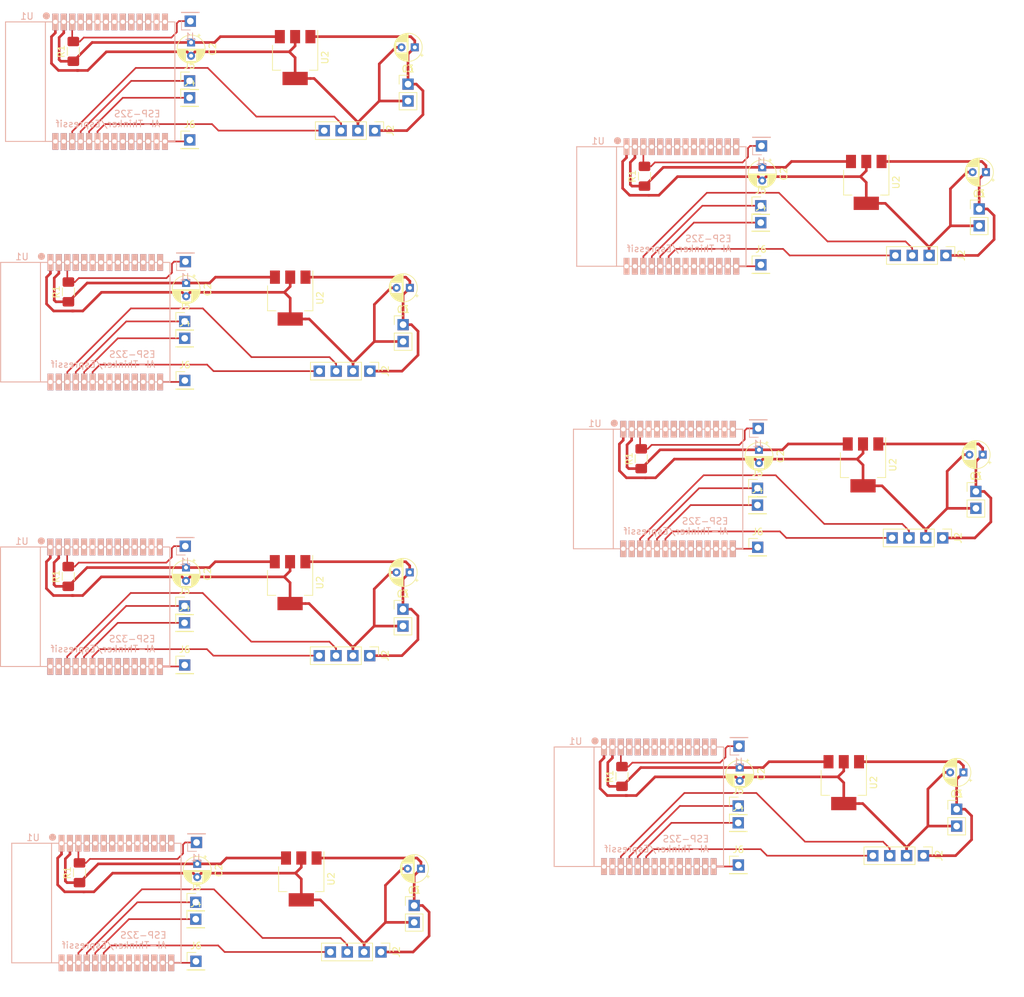
<source format=kicad_pcb>
(kicad_pcb (version 20171130) (host pcbnew 5.0.1-33cea8e~68~ubuntu18.04.1)
  (layers (0 F.Cu signal) (31 B.Cu signal) (34 B.Paste user) (35 F.Paste user) (36 B.SilkS user) (37 F.SilkS user) (38 B.Mask user) (39 F.Mask user) (44 Edge.Cuts user))
  (net 0 "")
  (net 1 "Net-(J1-Pad1)")
  (net 2 "Net-(J2-Pad3)")
  (net 3 "Net-(J2-Pad4)")
  (net 4 "Net-(U1-Pad4)")
  (net 5 "Net-(U1-Pad5)")
  (net 6 "Net-(U1-Pad6)")
  (net 7 "Net-(U1-Pad7)")
  (net 8 "Net-(U1-Pad11)")
  (net 9 "Net-(C1-Pad2)")
  (net 10 "Net-(C1-Pad1)")
  (net 11 "Net-(C2-Pad1)")
  (net 12 "Net-(U1-Pad37)")
  (net 13 "Net-(U1-Pad32)")
  (net 14 "Net-(U1-Pad31)")
  (net 15 "Net-(U1-Pad30)")
  (net 16 "Net-(U1-Pad29)")
  (net 17 "Net-(U1-Pad28)")
  (net 18 "Net-(U1-Pad27)")
  (net 19 "Net-(U1-Pad26)")
  (net 20 "Net-(U1-Pad14)")
  (net 21 "Net-(U1-Pad13)")
  (net 22 "Net-(U1-Pad12)")
  (net 23 "Net-(U1-Pad10)")
  (net 24 "Net-(U1-Pad9)")
  (net 25 "Net-(U1-Pad8)")
  (net 26 "Net-(J4-Pad1)")
  (net 27 "Net-(J5-Pad1)")
  (net 28 "Net-(J6-Pad1)")
  (net 29 "Net-(U1-Pad38)")
  (module Resistor_SMD:R_1206_3216Metric_Pad1.42x1.75mm_HandSolder (layer F.Cu) (at 39.53 167.76 90)
    (fp_text reference R1 (at 0 -1.82 90) (layer F.SilkS))
    (fp_text value R)
    (pad 2 smd roundrect (at 1.4875 0 90) (size 1.425 1.75) (layers F.Cu F.Paste F.Mask) (roundrect_rratio 0.175439))
    (pad 1 smd roundrect (at -1.4875 0 90) (size 1.425 1.75) (layers F.Cu F.Paste F.Mask) (roundrect_rratio 0.175439))
  )
  (module Connector_PinHeader_2.54mm:PinHeader_1x01_P2.54mm_Vertical (layer F.Cu) (at 57.0386 174.744)
    (fp_text reference J4 (at 0 -2.33) (layer F.SilkS))
    (fp_text value Conn_01x01_Male)
    (pad 1 thru_hole rect (at 0 0) (size 1.7 1.7) (drill 1) (layers *.Cu *.Mask))
  )
  (module Connector_PinHeader_2.54mm:PinHeader_1x01_P2.54mm_Vertical (layer F.Cu) (at 57.064 181.094)
    (fp_text reference J6 (at 0 -2.33) (layer F.SilkS))
    (fp_text value Conn_01x01_Male)
    (pad 1 thru_hole rect (at 0 0) (size 1.7 1.7) (drill 1) (layers *.Cu *.Mask))
  )
  (module Connector_PinHeader_2.54mm:PinHeader_1x01_P2.54mm_Vertical (layer F.Cu) (at 57.0386 172.204)
    (fp_text reference J5 (at 0 -2.33) (layer F.SilkS))
    (fp_text value Conn_01x01_Male)
    (pad 1 thru_hole rect (at 0 0) (size 1.7 1.7) (drill 1) (layers *.Cu *.Mask))
  )
  (module Package_TO_SOT_SMD:SOT-223-3_TabPin2 (layer F.Cu) (at 72.93 168.69 270)
    (fp_text reference U2 (at 0 -4.5 270) (layer F.SilkS))
    (fp_text value TC1262-33)
    (pad 1 smd rect (at -3.15 -2.3 270) (size 2 1.5) (layers F.Cu F.Paste F.Mask))
    (pad 3 smd rect (at -3.15 2.3 270) (size 2 1.5) (layers F.Cu F.Paste F.Mask))
    (pad 2 smd rect (at -3.15 0 270) (size 2 1.5) (layers F.Cu F.Paste F.Mask))
    (pad 2 smd rect (at 3.15 0 270) (size 2 3.8) (layers F.Cu F.Paste F.Mask))
  )
  (module Connector_PinHeader_2.54mm:PinHeader_1x02_P2.54mm_Vertical (layer F.Cu) (at 89.93 172.69)
    (fp_text reference J3 (at 0 -2.33) (layer F.SilkS))
    (fp_text value Conn_01x02_Male)
    (pad 2 thru_hole rect (at 0 2.54) (size 1.7 1.7) (drill 1) (layers *.Cu *.Mask))
    (pad 1 thru_hole rect (at 0 0) (size 1.7 1.7) (drill 1) (layers *.Cu *.Mask))
  )
  (module Connector_PinHeader_2.54mm:PinHeader_1x04_P2.54mm_Vertical (layer F.Cu) (at 84.93 179.69 270)
    (fp_text reference J2 (at 0 -2.33 270) (layer F.SilkS))
    (fp_text value Conn_01x04_Male)
    (pad 4 thru_hole rect (at 0 7.62 270) (size 1.7 1.7) (drill 1) (layers *.Cu *.Mask))
    (pad 3 thru_hole rect (at 0 5.08 270) (size 1.7 1.7) (drill 1) (layers *.Cu *.Mask))
    (pad 2 thru_hole rect (at 0 2.54 270) (size 1.7 1.7) (drill 1) (layers *.Cu *.Mask))
    (pad 1 thru_hole rect (at 0 0 270) (size 1.7 1.7) (drill 1) (layers *.Cu *.Mask))
  )
  (module Capacitor_THT:CP_Radial_D4.0mm_P2.00mm (layer F.Cu) (at 57.26 166.42 270)
    (fp_text reference C2 (at 1 -3.25 270) (layer F.SilkS))
    (fp_text value CP)
    (pad 2 thru_hole circle (at 2 0 270) (size 1.2 1.2) (drill 0.6) (layers *.Cu *.Mask))
    (pad 1 thru_hole rect (at 0 0 270) (size 1.2 1.2) (drill 0.6) (layers *.Cu *.Mask))
  )
  (module Capacitor_THT:CP_Radial_D4.0mm_P2.00mm (layer F.Cu) (at 90.95 167.15 180)
    (fp_text reference C1 (at 1 -3.25 180) (layer F.SilkS))
    (fp_text value CP)
    (pad 1 thru_hole rect (at 0 0 180) (size 1.2 1.2) (drill 0.6) (layers *.Cu *.Mask))
    (pad 2 thru_hole circle (at 2 0 180) (size 1.2 1.2) (drill 0.6) (layers *.Cu *.Mask))
  )
  (module ESP32-footprints-Lib:ESP-32S_thru_mpu9250 (layer B.Cu) (at 46.34 172.37 270)
    (fp_text reference U1 (at -9.9 13.8) (layer B.SilkS) (effects (justify mirror)))
    (fp_text value ESP-32S)
    (fp_text user ESP-32S (at 4.8 -2.8 180) (layer B.SilkS) (effects (justify mirror)))
    (fp_text user AI-Thinker/Espressif (at 6.3 1.6 180) (layer B.SilkS) (effects (justify mirror)))
    (pad 1 thru_hole rect (at -9.052566 9.517338 90) (size 2.5 0.9) (drill 0.65) (layers *.Cu *.Mask B.Paste B.SilkS))
    (pad 2 thru_hole rect (at -9.052566 8.247338 90) (size 2.5 0.9) (drill 0.65) (layers *.Cu *.Mask B.Paste B.SilkS))
    (pad 3 thru_hole rect (at -9.052566 6.977338 90) (size 2.5 0.9) (drill 0.65) (layers *.Cu *.Mask B.Paste B.SilkS))
    (pad 4 thru_hole rect (at -9.052566 5.707338 90) (size 2.5 0.9) (drill 0.65) (layers *.Cu *.Mask B.Paste B.SilkS))
    (pad 5 thru_hole rect (at -9.052566 4.437338 90) (size 2.5 0.9) (drill 0.65) (layers *.Cu *.Mask B.Paste B.SilkS))
    (pad 6 thru_hole rect (at -9.052566 3.167338 90) (size 2.5 0.9) (drill 0.65) (layers *.Cu *.Mask B.Paste B.SilkS))
    (pad 7 thru_hole rect (at -9.052566 1.897338 90) (size 2.5 0.9) (drill 0.65) (layers *.Cu *.Mask B.Paste B.SilkS))
    (pad 8 thru_hole rect (at -9.052566 0.627338 90) (size 2.5 0.9) (drill 0.65) (layers *.Cu *.Mask B.Paste B.SilkS))
    (pad 9 thru_hole rect (at -9.052566 -0.642662 90) (size 2.5 0.9) (drill 0.65) (layers *.Cu *.Mask B.Paste B.SilkS))
    (pad 10 thru_hole rect (at -9.052566 -1.912662 90) (size 2.5 0.9) (drill 0.65) (layers *.Cu *.Mask B.Paste B.SilkS))
    (pad 11 thru_hole rect (at -9.052566 -3.182662 90) (size 2.5 0.9) (drill 0.65) (layers *.Cu *.Mask B.Paste B.SilkS))
    (pad 12 thru_hole rect (at -9.052566 -4.452662 90) (size 2.5 0.9) (drill 0.65) (layers *.Cu *.Mask B.Paste B.SilkS))
    (pad 13 thru_hole rect (at -9.052566 -5.722662 90) (size 2.5 0.9) (drill 0.65) (layers *.Cu *.Mask B.Paste B.SilkS))
    (pad 14 thru_hole rect (at -9.052566 -6.992662 90) (size 2.5 0.9) (drill 0.65) (layers *.Cu *.Mask B.Paste B.SilkS))
    (pad 25 thru_hole rect (at 8.947434 -6.992662 90) (size 2.5 0.9) (drill 0.65) (layers *.Cu *.Mask B.Paste B.SilkS))
    (pad 26 thru_hole rect (at 8.947434 -5.722662 90) (size 2.5 0.9) (drill 0.65) (layers *.Cu *.Mask B.Paste B.SilkS))
    (pad 27 thru_hole rect (at 8.947434 -4.452662 90) (size 2.5 0.9) (drill 0.65) (layers *.Cu *.Mask B.Paste B.SilkS))
    (pad 28 thru_hole rect (at 8.947434 -3.182662 90) (size 2.5 0.9) (drill 0.65) (layers *.Cu *.Mask B.Paste B.SilkS))
    (pad 29 thru_hole rect (at 8.947434 -1.912662 90) (size 2.5 0.9) (drill 0.65) (layers *.Cu *.Mask B.Paste B.SilkS))
    (pad 30 thru_hole rect (at 8.947434 -0.642662 90) (size 2.5 0.9) (drill 0.65) (layers *.Cu *.Mask B.Paste B.SilkS))
    (pad 31 thru_hole rect (at 8.947434 0.627338 90) (size 2.5 0.9) (drill 0.65) (layers *.Cu *.Mask B.Paste B.SilkS))
    (pad 32 thru_hole rect (at 8.947434 1.897338 90) (size 2.5 0.9) (drill 0.65) (layers *.Cu *.Mask B.Paste B.SilkS))
    (pad 33 thru_hole rect (at 8.947434 3.167338 90) (size 2.5 0.9) (drill 0.65) (layers *.Cu *.Mask B.Paste B.SilkS))
    (pad 34 thru_hole rect (at 8.947434 4.437338 90) (size 2.5 0.9) (drill 0.65) (layers *.Cu *.Mask B.Paste B.SilkS))
    (pad 35 thru_hole rect (at 8.947434 5.707338 90) (size 2.5 0.9) (drill 0.65) (layers *.Cu *.Mask B.Paste B.SilkS))
    (pad 36 thru_hole rect (at 8.947434 6.977338 90) (size 2.5 0.9) (drill 0.65) (layers *.Cu *.Mask B.Paste B.SilkS))
    (pad 37 thru_hole rect (at 8.947434 8.247338 90) (size 2.5 0.9) (drill 0.65) (layers *.Cu *.Mask B.Paste B.SilkS))
    (pad 38 thru_hole rect (at 8.947434 9.517338 90) (size 2.5 0.9) (drill 0.65) (layers *.Cu *.Mask B.Paste B.SilkS))
  )
  (module Connector_PinHeader_2.54mm:PinHeader_1x01_P2.54mm_Vertical (layer B.Cu) (at 57.15 163.2)
    (fp_text reference J1 (at 0 2.33) (layer B.SilkS) (effects (justify mirror)))
    (fp_text value Conn_01x01_Male)
    (pad 1 thru_hole rect (at 0 0) (size 1.7 1.7) (drill 1) (layers *.Cu *.Mask))
  )
  (module Resistor_SMD:R_1206_3216Metric_Pad1.42x1.75mm_HandSolder (layer F.Cu) (at 121.22 153.26 90)
    (fp_text reference R1 (at 0 -1.82 90) (layer F.SilkS))
    (fp_text value R)
    (pad 2 smd roundrect (at 1.4875 0 90) (size 1.425 1.75) (layers F.Cu F.Paste F.Mask) (roundrect_rratio 0.175439))
    (pad 1 smd roundrect (at -1.4875 0 90) (size 1.425 1.75) (layers F.Cu F.Paste F.Mask) (roundrect_rratio 0.175439))
  )
  (module Connector_PinHeader_2.54mm:PinHeader_1x01_P2.54mm_Vertical (layer F.Cu) (at 138.7286 160.244)
    (fp_text reference J4 (at 0 -2.33) (layer F.SilkS))
    (fp_text value Conn_01x01_Male)
    (pad 1 thru_hole rect (at 0 0) (size 1.7 1.7) (drill 1) (layers *.Cu *.Mask))
  )
  (module Connector_PinHeader_2.54mm:PinHeader_1x01_P2.54mm_Vertical (layer F.Cu) (at 138.754 166.594)
    (fp_text reference J6 (at 0 -2.33) (layer F.SilkS))
    (fp_text value Conn_01x01_Male)
    (pad 1 thru_hole rect (at 0 0) (size 1.7 1.7) (drill 1) (layers *.Cu *.Mask))
  )
  (module Connector_PinHeader_2.54mm:PinHeader_1x01_P2.54mm_Vertical (layer F.Cu) (at 138.7286 157.704)
    (fp_text reference J5 (at 0 -2.33) (layer F.SilkS))
    (fp_text value Conn_01x01_Male)
    (pad 1 thru_hole rect (at 0 0) (size 1.7 1.7) (drill 1) (layers *.Cu *.Mask))
  )
  (module Package_TO_SOT_SMD:SOT-223-3_TabPin2 (layer F.Cu) (at 154.62 154.19 270)
    (fp_text reference U2 (at 0 -4.5 270) (layer F.SilkS))
    (fp_text value TC1262-33)
    (pad 1 smd rect (at -3.15 -2.3 270) (size 2 1.5) (layers F.Cu F.Paste F.Mask))
    (pad 3 smd rect (at -3.15 2.3 270) (size 2 1.5) (layers F.Cu F.Paste F.Mask))
    (pad 2 smd rect (at -3.15 0 270) (size 2 1.5) (layers F.Cu F.Paste F.Mask))
    (pad 2 smd rect (at 3.15 0 270) (size 2 3.8) (layers F.Cu F.Paste F.Mask))
  )
  (module Connector_PinHeader_2.54mm:PinHeader_1x02_P2.54mm_Vertical (layer F.Cu) (at 171.62 158.19)
    (fp_text reference J3 (at 0 -2.33) (layer F.SilkS))
    (fp_text value Conn_01x02_Male)
    (pad 2 thru_hole rect (at 0 2.54) (size 1.7 1.7) (drill 1) (layers *.Cu *.Mask))
    (pad 1 thru_hole rect (at 0 0) (size 1.7 1.7) (drill 1) (layers *.Cu *.Mask))
  )
  (module Connector_PinHeader_2.54mm:PinHeader_1x04_P2.54mm_Vertical (layer F.Cu) (at 166.62 165.19 270)
    (fp_text reference J2 (at 0 -2.33 270) (layer F.SilkS))
    (fp_text value Conn_01x04_Male)
    (pad 4 thru_hole rect (at 0 7.62 270) (size 1.7 1.7) (drill 1) (layers *.Cu *.Mask))
    (pad 3 thru_hole rect (at 0 5.08 270) (size 1.7 1.7) (drill 1) (layers *.Cu *.Mask))
    (pad 2 thru_hole rect (at 0 2.54 270) (size 1.7 1.7) (drill 1) (layers *.Cu *.Mask))
    (pad 1 thru_hole rect (at 0 0 270) (size 1.7 1.7) (drill 1) (layers *.Cu *.Mask))
  )
  (module Capacitor_THT:CP_Radial_D4.0mm_P2.00mm (layer F.Cu) (at 138.95 151.92 270)
    (fp_text reference C2 (at 1 -3.25 270) (layer F.SilkS))
    (fp_text value CP)
    (pad 2 thru_hole circle (at 2 0 270) (size 1.2 1.2) (drill 0.6) (layers *.Cu *.Mask))
    (pad 1 thru_hole rect (at 0 0 270) (size 1.2 1.2) (drill 0.6) (layers *.Cu *.Mask))
  )
  (module Capacitor_THT:CP_Radial_D4.0mm_P2.00mm (layer F.Cu) (at 172.64 152.65 180)
    (fp_text reference C1 (at 1 -3.25 180) (layer F.SilkS))
    (fp_text value CP)
    (pad 1 thru_hole rect (at 0 0 180) (size 1.2 1.2) (drill 0.6) (layers *.Cu *.Mask))
    (pad 2 thru_hole circle (at 2 0 180) (size 1.2 1.2) (drill 0.6) (layers *.Cu *.Mask))
  )
  (module ESP32-footprints-Lib:ESP-32S_thru_mpu9250 (layer B.Cu) (at 128.03 157.87 270)
    (fp_text reference U1 (at -9.9 13.8) (layer B.SilkS) (effects (justify mirror)))
    (fp_text value ESP-32S)
    (fp_text user ESP-32S (at 4.8 -2.8 180) (layer B.SilkS) (effects (justify mirror)))
    (fp_text user AI-Thinker/Espressif (at 6.3 1.6 180) (layer B.SilkS) (effects (justify mirror)))
    (pad 1 thru_hole rect (at -9.052566 9.517338 90) (size 2.5 0.9) (drill 0.65) (layers *.Cu *.Mask B.Paste B.SilkS))
    (pad 2 thru_hole rect (at -9.052566 8.247338 90) (size 2.5 0.9) (drill 0.65) (layers *.Cu *.Mask B.Paste B.SilkS))
    (pad 3 thru_hole rect (at -9.052566 6.977338 90) (size 2.5 0.9) (drill 0.65) (layers *.Cu *.Mask B.Paste B.SilkS))
    (pad 4 thru_hole rect (at -9.052566 5.707338 90) (size 2.5 0.9) (drill 0.65) (layers *.Cu *.Mask B.Paste B.SilkS))
    (pad 5 thru_hole rect (at -9.052566 4.437338 90) (size 2.5 0.9) (drill 0.65) (layers *.Cu *.Mask B.Paste B.SilkS))
    (pad 6 thru_hole rect (at -9.052566 3.167338 90) (size 2.5 0.9) (drill 0.65) (layers *.Cu *.Mask B.Paste B.SilkS))
    (pad 7 thru_hole rect (at -9.052566 1.897338 90) (size 2.5 0.9) (drill 0.65) (layers *.Cu *.Mask B.Paste B.SilkS))
    (pad 8 thru_hole rect (at -9.052566 0.627338 90) (size 2.5 0.9) (drill 0.65) (layers *.Cu *.Mask B.Paste B.SilkS))
    (pad 9 thru_hole rect (at -9.052566 -0.642662 90) (size 2.5 0.9) (drill 0.65) (layers *.Cu *.Mask B.Paste B.SilkS))
    (pad 10 thru_hole rect (at -9.052566 -1.912662 90) (size 2.5 0.9) (drill 0.65) (layers *.Cu *.Mask B.Paste B.SilkS))
    (pad 11 thru_hole rect (at -9.052566 -3.182662 90) (size 2.5 0.9) (drill 0.65) (layers *.Cu *.Mask B.Paste B.SilkS))
    (pad 12 thru_hole rect (at -9.052566 -4.452662 90) (size 2.5 0.9) (drill 0.65) (layers *.Cu *.Mask B.Paste B.SilkS))
    (pad 13 thru_hole rect (at -9.052566 -5.722662 90) (size 2.5 0.9) (drill 0.65) (layers *.Cu *.Mask B.Paste B.SilkS))
    (pad 14 thru_hole rect (at -9.052566 -6.992662 90) (size 2.5 0.9) (drill 0.65) (layers *.Cu *.Mask B.Paste B.SilkS))
    (pad 25 thru_hole rect (at 8.947434 -6.992662 90) (size 2.5 0.9) (drill 0.65) (layers *.Cu *.Mask B.Paste B.SilkS))
    (pad 26 thru_hole rect (at 8.947434 -5.722662 90) (size 2.5 0.9) (drill 0.65) (layers *.Cu *.Mask B.Paste B.SilkS))
    (pad 27 thru_hole rect (at 8.947434 -4.452662 90) (size 2.5 0.9) (drill 0.65) (layers *.Cu *.Mask B.Paste B.SilkS))
    (pad 28 thru_hole rect (at 8.947434 -3.182662 90) (size 2.5 0.9) (drill 0.65) (layers *.Cu *.Mask B.Paste B.SilkS))
    (pad 29 thru_hole rect (at 8.947434 -1.912662 90) (size 2.5 0.9) (drill 0.65) (layers *.Cu *.Mask B.Paste B.SilkS))
    (pad 30 thru_hole rect (at 8.947434 -0.642662 90) (size 2.5 0.9) (drill 0.65) (layers *.Cu *.Mask B.Paste B.SilkS))
    (pad 31 thru_hole rect (at 8.947434 0.627338 90) (size 2.5 0.9) (drill 0.65) (layers *.Cu *.Mask B.Paste B.SilkS))
    (pad 32 thru_hole rect (at 8.947434 1.897338 90) (size 2.5 0.9) (drill 0.65) (layers *.Cu *.Mask B.Paste B.SilkS))
    (pad 33 thru_hole rect (at 8.947434 3.167338 90) (size 2.5 0.9) (drill 0.65) (layers *.Cu *.Mask B.Paste B.SilkS))
    (pad 34 thru_hole rect (at 8.947434 4.437338 90) (size 2.5 0.9) (drill 0.65) (layers *.Cu *.Mask B.Paste B.SilkS))
    (pad 35 thru_hole rect (at 8.947434 5.707338 90) (size 2.5 0.9) (drill 0.65) (layers *.Cu *.Mask B.Paste B.SilkS))
    (pad 36 thru_hole rect (at 8.947434 6.977338 90) (size 2.5 0.9) (drill 0.65) (layers *.Cu *.Mask B.Paste B.SilkS))
    (pad 37 thru_hole rect (at 8.947434 8.247338 90) (size 2.5 0.9) (drill 0.65) (layers *.Cu *.Mask B.Paste B.SilkS))
    (pad 38 thru_hole rect (at 8.947434 9.517338 90) (size 2.5 0.9) (drill 0.65) (layers *.Cu *.Mask B.Paste B.SilkS))
  )
  (module Connector_PinHeader_2.54mm:PinHeader_1x01_P2.54mm_Vertical (layer B.Cu) (at 138.84 148.7)
    (fp_text reference J1 (at 0 2.33) (layer B.SilkS) (effects (justify mirror)))
    (fp_text value Conn_01x01_Male)
    (pad 1 thru_hole rect (at 0 0) (size 1.7 1.7) (drill 1) (layers *.Cu *.Mask))
  )
  (module Resistor_SMD:R_1206_3216Metric_Pad1.42x1.75mm_HandSolder (layer F.Cu) (at 124.12 105.41 90)
    (fp_text reference R1 (at 0 -1.82 90) (layer F.SilkS))
    (fp_text value R)
    (pad 2 smd roundrect (at 1.4875 0 90) (size 1.425 1.75) (layers F.Cu F.Paste F.Mask) (roundrect_rratio 0.175439))
    (pad 1 smd roundrect (at -1.4875 0 90) (size 1.425 1.75) (layers F.Cu F.Paste F.Mask) (roundrect_rratio 0.175439))
  )
  (module Connector_PinHeader_2.54mm:PinHeader_1x01_P2.54mm_Vertical (layer F.Cu) (at 141.6286 112.394)
    (fp_text reference J4 (at 0 -2.33) (layer F.SilkS))
    (fp_text value Conn_01x01_Male)
    (pad 1 thru_hole rect (at 0 0) (size 1.7 1.7) (drill 1) (layers *.Cu *.Mask))
  )
  (module Connector_PinHeader_2.54mm:PinHeader_1x01_P2.54mm_Vertical (layer F.Cu) (at 141.654 118.744)
    (fp_text reference J6 (at 0 -2.33) (layer F.SilkS))
    (fp_text value Conn_01x01_Male)
    (pad 1 thru_hole rect (at 0 0) (size 1.7 1.7) (drill 1) (layers *.Cu *.Mask))
  )
  (module Connector_PinHeader_2.54mm:PinHeader_1x01_P2.54mm_Vertical (layer F.Cu) (at 141.6286 109.854)
    (fp_text reference J5 (at 0 -2.33) (layer F.SilkS))
    (fp_text value Conn_01x01_Male)
    (pad 1 thru_hole rect (at 0 0) (size 1.7 1.7) (drill 1) (layers *.Cu *.Mask))
  )
  (module Package_TO_SOT_SMD:SOT-223-3_TabPin2 (layer F.Cu) (at 157.52 106.34 270)
    (fp_text reference U2 (at 0 -4.5 270) (layer F.SilkS))
    (fp_text value TC1262-33)
    (pad 1 smd rect (at -3.15 -2.3 270) (size 2 1.5) (layers F.Cu F.Paste F.Mask))
    (pad 3 smd rect (at -3.15 2.3 270) (size 2 1.5) (layers F.Cu F.Paste F.Mask))
    (pad 2 smd rect (at -3.15 0 270) (size 2 1.5) (layers F.Cu F.Paste F.Mask))
    (pad 2 smd rect (at 3.15 0 270) (size 2 3.8) (layers F.Cu F.Paste F.Mask))
  )
  (module Connector_PinHeader_2.54mm:PinHeader_1x02_P2.54mm_Vertical (layer F.Cu) (at 174.52 110.34)
    (fp_text reference J3 (at 0 -2.33) (layer F.SilkS))
    (fp_text value Conn_01x02_Male)
    (pad 2 thru_hole rect (at 0 2.54) (size 1.7 1.7) (drill 1) (layers *.Cu *.Mask))
    (pad 1 thru_hole rect (at 0 0) (size 1.7 1.7) (drill 1) (layers *.Cu *.Mask))
  )
  (module Connector_PinHeader_2.54mm:PinHeader_1x04_P2.54mm_Vertical (layer F.Cu) (at 169.52 117.34 270)
    (fp_text reference J2 (at 0 -2.33 270) (layer F.SilkS))
    (fp_text value Conn_01x04_Male)
    (pad 4 thru_hole rect (at 0 7.62 270) (size 1.7 1.7) (drill 1) (layers *.Cu *.Mask))
    (pad 3 thru_hole rect (at 0 5.08 270) (size 1.7 1.7) (drill 1) (layers *.Cu *.Mask))
    (pad 2 thru_hole rect (at 0 2.54 270) (size 1.7 1.7) (drill 1) (layers *.Cu *.Mask))
    (pad 1 thru_hole rect (at 0 0 270) (size 1.7 1.7) (drill 1) (layers *.Cu *.Mask))
  )
  (module Capacitor_THT:CP_Radial_D4.0mm_P2.00mm (layer F.Cu) (at 141.85 104.07 270)
    (fp_text reference C2 (at 1 -3.25 270) (layer F.SilkS))
    (fp_text value CP)
    (pad 2 thru_hole circle (at 2 0 270) (size 1.2 1.2) (drill 0.6) (layers *.Cu *.Mask))
    (pad 1 thru_hole rect (at 0 0 270) (size 1.2 1.2) (drill 0.6) (layers *.Cu *.Mask))
  )
  (module Capacitor_THT:CP_Radial_D4.0mm_P2.00mm (layer F.Cu) (at 175.54 104.8 180)
    (fp_text reference C1 (at 1 -3.25 180) (layer F.SilkS))
    (fp_text value CP)
    (pad 1 thru_hole rect (at 0 0 180) (size 1.2 1.2) (drill 0.6) (layers *.Cu *.Mask))
    (pad 2 thru_hole circle (at 2 0 180) (size 1.2 1.2) (drill 0.6) (layers *.Cu *.Mask))
  )
  (module ESP32-footprints-Lib:ESP-32S_thru_mpu9250 (layer B.Cu) (at 130.93 110.02 270)
    (fp_text reference U1 (at -9.9 13.8) (layer B.SilkS) (effects (justify mirror)))
    (fp_text value ESP-32S)
    (fp_text user ESP-32S (at 4.8 -2.8 180) (layer B.SilkS) (effects (justify mirror)))
    (fp_text user AI-Thinker/Espressif (at 6.3 1.6 180) (layer B.SilkS) (effects (justify mirror)))
    (pad 1 thru_hole rect (at -9.052566 9.517338 90) (size 2.5 0.9) (drill 0.65) (layers *.Cu *.Mask B.Paste B.SilkS))
    (pad 2 thru_hole rect (at -9.052566 8.247338 90) (size 2.5 0.9) (drill 0.65) (layers *.Cu *.Mask B.Paste B.SilkS))
    (pad 3 thru_hole rect (at -9.052566 6.977338 90) (size 2.5 0.9) (drill 0.65) (layers *.Cu *.Mask B.Paste B.SilkS))
    (pad 4 thru_hole rect (at -9.052566 5.707338 90) (size 2.5 0.9) (drill 0.65) (layers *.Cu *.Mask B.Paste B.SilkS))
    (pad 5 thru_hole rect (at -9.052566 4.437338 90) (size 2.5 0.9) (drill 0.65) (layers *.Cu *.Mask B.Paste B.SilkS))
    (pad 6 thru_hole rect (at -9.052566 3.167338 90) (size 2.5 0.9) (drill 0.65) (layers *.Cu *.Mask B.Paste B.SilkS))
    (pad 7 thru_hole rect (at -9.052566 1.897338 90) (size 2.5 0.9) (drill 0.65) (layers *.Cu *.Mask B.Paste B.SilkS))
    (pad 8 thru_hole rect (at -9.052566 0.627338 90) (size 2.5 0.9) (drill 0.65) (layers *.Cu *.Mask B.Paste B.SilkS))
    (pad 9 thru_hole rect (at -9.052566 -0.642662 90) (size 2.5 0.9) (drill 0.65) (layers *.Cu *.Mask B.Paste B.SilkS))
    (pad 10 thru_hole rect (at -9.052566 -1.912662 90) (size 2.5 0.9) (drill 0.65) (layers *.Cu *.Mask B.Paste B.SilkS))
    (pad 11 thru_hole rect (at -9.052566 -3.182662 90) (size 2.5 0.9) (drill 0.65) (layers *.Cu *.Mask B.Paste B.SilkS))
    (pad 12 thru_hole rect (at -9.052566 -4.452662 90) (size 2.5 0.9) (drill 0.65) (layers *.Cu *.Mask B.Paste B.SilkS))
    (pad 13 thru_hole rect (at -9.052566 -5.722662 90) (size 2.5 0.9) (drill 0.65) (layers *.Cu *.Mask B.Paste B.SilkS))
    (pad 14 thru_hole rect (at -9.052566 -6.992662 90) (size 2.5 0.9) (drill 0.65) (layers *.Cu *.Mask B.Paste B.SilkS))
    (pad 25 thru_hole rect (at 8.947434 -6.992662 90) (size 2.5 0.9) (drill 0.65) (layers *.Cu *.Mask B.Paste B.SilkS))
    (pad 26 thru_hole rect (at 8.947434 -5.722662 90) (size 2.5 0.9) (drill 0.65) (layers *.Cu *.Mask B.Paste B.SilkS))
    (pad 27 thru_hole rect (at 8.947434 -4.452662 90) (size 2.5 0.9) (drill 0.65) (layers *.Cu *.Mask B.Paste B.SilkS))
    (pad 28 thru_hole rect (at 8.947434 -3.182662 90) (size 2.5 0.9) (drill 0.65) (layers *.Cu *.Mask B.Paste B.SilkS))
    (pad 29 thru_hole rect (at 8.947434 -1.912662 90) (size 2.5 0.9) (drill 0.65) (layers *.Cu *.Mask B.Paste B.SilkS))
    (pad 30 thru_hole rect (at 8.947434 -0.642662 90) (size 2.5 0.9) (drill 0.65) (layers *.Cu *.Mask B.Paste B.SilkS))
    (pad 31 thru_hole rect (at 8.947434 0.627338 90) (size 2.5 0.9) (drill 0.65) (layers *.Cu *.Mask B.Paste B.SilkS))
    (pad 32 thru_hole rect (at 8.947434 1.897338 90) (size 2.5 0.9) (drill 0.65) (layers *.Cu *.Mask B.Paste B.SilkS))
    (pad 33 thru_hole rect (at 8.947434 3.167338 90) (size 2.5 0.9) (drill 0.65) (layers *.Cu *.Mask B.Paste B.SilkS))
    (pad 34 thru_hole rect (at 8.947434 4.437338 90) (size 2.5 0.9) (drill 0.65) (layers *.Cu *.Mask B.Paste B.SilkS))
    (pad 35 thru_hole rect (at 8.947434 5.707338 90) (size 2.5 0.9) (drill 0.65) (layers *.Cu *.Mask B.Paste B.SilkS))
    (pad 36 thru_hole rect (at 8.947434 6.977338 90) (size 2.5 0.9) (drill 0.65) (layers *.Cu *.Mask B.Paste B.SilkS))
    (pad 37 thru_hole rect (at 8.947434 8.247338 90) (size 2.5 0.9) (drill 0.65) (layers *.Cu *.Mask B.Paste B.SilkS))
    (pad 38 thru_hole rect (at 8.947434 9.517338 90) (size 2.5 0.9) (drill 0.65) (layers *.Cu *.Mask B.Paste B.SilkS))
  )
  (module Connector_PinHeader_2.54mm:PinHeader_1x01_P2.54mm_Vertical (layer B.Cu) (at 141.74 100.85)
    (fp_text reference J1 (at 0 2.33) (layer B.SilkS) (effects (justify mirror)))
    (fp_text value Conn_01x01_Male)
    (pad 1 thru_hole rect (at 0 0) (size 1.7 1.7) (drill 1) (layers *.Cu *.Mask))
  )
  (module Resistor_SMD:R_1206_3216Metric_Pad1.42x1.75mm_HandSolder (layer F.Cu) (at 124.61 62.87 90)
    (fp_text reference R1 (at 0 -1.82 90) (layer F.SilkS))
    (fp_text value R)
    (pad 2 smd roundrect (at 1.4875 0 90) (size 1.425 1.75) (layers F.Cu F.Paste F.Mask) (roundrect_rratio 0.175439))
    (pad 1 smd roundrect (at -1.4875 0 90) (size 1.425 1.75) (layers F.Cu F.Paste F.Mask) (roundrect_rratio 0.175439))
  )
  (module Connector_PinHeader_2.54mm:PinHeader_1x01_P2.54mm_Vertical (layer F.Cu) (at 142.1186 69.854)
    (fp_text reference J4 (at 0 -2.33) (layer F.SilkS))
    (fp_text value Conn_01x01_Male)
    (pad 1 thru_hole rect (at 0 0) (size 1.7 1.7) (drill 1) (layers *.Cu *.Mask))
  )
  (module Connector_PinHeader_2.54mm:PinHeader_1x01_P2.54mm_Vertical (layer F.Cu) (at 142.144 76.204)
    (fp_text reference J6 (at 0 -2.33) (layer F.SilkS))
    (fp_text value Conn_01x01_Male)
    (pad 1 thru_hole rect (at 0 0) (size 1.7 1.7) (drill 1) (layers *.Cu *.Mask))
  )
  (module Connector_PinHeader_2.54mm:PinHeader_1x01_P2.54mm_Vertical (layer F.Cu) (at 142.1186 67.314)
    (fp_text reference J5 (at 0 -2.33) (layer F.SilkS))
    (fp_text value Conn_01x01_Male)
    (pad 1 thru_hole rect (at 0 0) (size 1.7 1.7) (drill 1) (layers *.Cu *.Mask))
  )
  (module Package_TO_SOT_SMD:SOT-223-3_TabPin2 (layer F.Cu) (at 158.01 63.8 270)
    (fp_text reference U2 (at 0 -4.5 270) (layer F.SilkS))
    (fp_text value TC1262-33)
    (pad 1 smd rect (at -3.15 -2.3 270) (size 2 1.5) (layers F.Cu F.Paste F.Mask))
    (pad 3 smd rect (at -3.15 2.3 270) (size 2 1.5) (layers F.Cu F.Paste F.Mask))
    (pad 2 smd rect (at -3.15 0 270) (size 2 1.5) (layers F.Cu F.Paste F.Mask))
    (pad 2 smd rect (at 3.15 0 270) (size 2 3.8) (layers F.Cu F.Paste F.Mask))
  )
  (module Connector_PinHeader_2.54mm:PinHeader_1x02_P2.54mm_Vertical (layer F.Cu) (at 175.01 67.8)
    (fp_text reference J3 (at 0 -2.33) (layer F.SilkS))
    (fp_text value Conn_01x02_Male)
    (pad 2 thru_hole rect (at 0 2.54) (size 1.7 1.7) (drill 1) (layers *.Cu *.Mask))
    (pad 1 thru_hole rect (at 0 0) (size 1.7 1.7) (drill 1) (layers *.Cu *.Mask))
  )
  (module Connector_PinHeader_2.54mm:PinHeader_1x04_P2.54mm_Vertical (layer F.Cu) (at 170.01 74.8 270)
    (fp_text reference J2 (at 0 -2.33 270) (layer F.SilkS))
    (fp_text value Conn_01x04_Male)
    (pad 4 thru_hole rect (at 0 7.62 270) (size 1.7 1.7) (drill 1) (layers *.Cu *.Mask))
    (pad 3 thru_hole rect (at 0 5.08 270) (size 1.7 1.7) (drill 1) (layers *.Cu *.Mask))
    (pad 2 thru_hole rect (at 0 2.54 270) (size 1.7 1.7) (drill 1) (layers *.Cu *.Mask))
    (pad 1 thru_hole rect (at 0 0 270) (size 1.7 1.7) (drill 1) (layers *.Cu *.Mask))
  )
  (module Capacitor_THT:CP_Radial_D4.0mm_P2.00mm (layer F.Cu) (at 142.34 61.53 270)
    (fp_text reference C2 (at 1 -3.25 270) (layer F.SilkS))
    (fp_text value CP)
    (pad 2 thru_hole circle (at 2 0 270) (size 1.2 1.2) (drill 0.6) (layers *.Cu *.Mask))
    (pad 1 thru_hole rect (at 0 0 270) (size 1.2 1.2) (drill 0.6) (layers *.Cu *.Mask))
  )
  (module Capacitor_THT:CP_Radial_D4.0mm_P2.00mm (layer F.Cu) (at 176.03 62.26 180)
    (fp_text reference C1 (at 1 -3.25 180) (layer F.SilkS))
    (fp_text value CP)
    (pad 1 thru_hole rect (at 0 0 180) (size 1.2 1.2) (drill 0.6) (layers *.Cu *.Mask))
    (pad 2 thru_hole circle (at 2 0 180) (size 1.2 1.2) (drill 0.6) (layers *.Cu *.Mask))
  )
  (module ESP32-footprints-Lib:ESP-32S_thru_mpu9250 (layer B.Cu) (at 131.42 67.48 270)
    (fp_text reference U1 (at -9.9 13.8) (layer B.SilkS) (effects (justify mirror)))
    (fp_text value ESP-32S)
    (fp_text user ESP-32S (at 4.8 -2.8 180) (layer B.SilkS) (effects (justify mirror)))
    (fp_text user AI-Thinker/Espressif (at 6.3 1.6 180) (layer B.SilkS) (effects (justify mirror)))
    (pad 1 thru_hole rect (at -9.052566 9.517338 90) (size 2.5 0.9) (drill 0.65) (layers *.Cu *.Mask B.Paste B.SilkS))
    (pad 2 thru_hole rect (at -9.052566 8.247338 90) (size 2.5 0.9) (drill 0.65) (layers *.Cu *.Mask B.Paste B.SilkS))
    (pad 3 thru_hole rect (at -9.052566 6.977338 90) (size 2.5 0.9) (drill 0.65) (layers *.Cu *.Mask B.Paste B.SilkS))
    (pad 4 thru_hole rect (at -9.052566 5.707338 90) (size 2.5 0.9) (drill 0.65) (layers *.Cu *.Mask B.Paste B.SilkS))
    (pad 5 thru_hole rect (at -9.052566 4.437338 90) (size 2.5 0.9) (drill 0.65) (layers *.Cu *.Mask B.Paste B.SilkS))
    (pad 6 thru_hole rect (at -9.052566 3.167338 90) (size 2.5 0.9) (drill 0.65) (layers *.Cu *.Mask B.Paste B.SilkS))
    (pad 7 thru_hole rect (at -9.052566 1.897338 90) (size 2.5 0.9) (drill 0.65) (layers *.Cu *.Mask B.Paste B.SilkS))
    (pad 8 thru_hole rect (at -9.052566 0.627338 90) (size 2.5 0.9) (drill 0.65) (layers *.Cu *.Mask B.Paste B.SilkS))
    (pad 9 thru_hole rect (at -9.052566 -0.642662 90) (size 2.5 0.9) (drill 0.65) (layers *.Cu *.Mask B.Paste B.SilkS))
    (pad 10 thru_hole rect (at -9.052566 -1.912662 90) (size 2.5 0.9) (drill 0.65) (layers *.Cu *.Mask B.Paste B.SilkS))
    (pad 11 thru_hole rect (at -9.052566 -3.182662 90) (size 2.5 0.9) (drill 0.65) (layers *.Cu *.Mask B.Paste B.SilkS))
    (pad 12 thru_hole rect (at -9.052566 -4.452662 90) (size 2.5 0.9) (drill 0.65) (layers *.Cu *.Mask B.Paste B.SilkS))
    (pad 13 thru_hole rect (at -9.052566 -5.722662 90) (size 2.5 0.9) (drill 0.65) (layers *.Cu *.Mask B.Paste B.SilkS))
    (pad 14 thru_hole rect (at -9.052566 -6.992662 90) (size 2.5 0.9) (drill 0.65) (layers *.Cu *.Mask B.Paste B.SilkS))
    (pad 25 thru_hole rect (at 8.947434 -6.992662 90) (size 2.5 0.9) (drill 0.65) (layers *.Cu *.Mask B.Paste B.SilkS))
    (pad 26 thru_hole rect (at 8.947434 -5.722662 90) (size 2.5 0.9) (drill 0.65) (layers *.Cu *.Mask B.Paste B.SilkS))
    (pad 27 thru_hole rect (at 8.947434 -4.452662 90) (size 2.5 0.9) (drill 0.65) (layers *.Cu *.Mask B.Paste B.SilkS))
    (pad 28 thru_hole rect (at 8.947434 -3.182662 90) (size 2.5 0.9) (drill 0.65) (layers *.Cu *.Mask B.Paste B.SilkS))
    (pad 29 thru_hole rect (at 8.947434 -1.912662 90) (size 2.5 0.9) (drill 0.65) (layers *.Cu *.Mask B.Paste B.SilkS))
    (pad 30 thru_hole rect (at 8.947434 -0.642662 90) (size 2.5 0.9) (drill 0.65) (layers *.Cu *.Mask B.Paste B.SilkS))
    (pad 31 thru_hole rect (at 8.947434 0.627338 90) (size 2.5 0.9) (drill 0.65) (layers *.Cu *.Mask B.Paste B.SilkS))
    (pad 32 thru_hole rect (at 8.947434 1.897338 90) (size 2.5 0.9) (drill 0.65) (layers *.Cu *.Mask B.Paste B.SilkS))
    (pad 33 thru_hole rect (at 8.947434 3.167338 90) (size 2.5 0.9) (drill 0.65) (layers *.Cu *.Mask B.Paste B.SilkS))
    (pad 34 thru_hole rect (at 8.947434 4.437338 90) (size 2.5 0.9) (drill 0.65) (layers *.Cu *.Mask B.Paste B.SilkS))
    (pad 35 thru_hole rect (at 8.947434 5.707338 90) (size 2.5 0.9) (drill 0.65) (layers *.Cu *.Mask B.Paste B.SilkS))
    (pad 36 thru_hole rect (at 8.947434 6.977338 90) (size 2.5 0.9) (drill 0.65) (layers *.Cu *.Mask B.Paste B.SilkS))
    (pad 37 thru_hole rect (at 8.947434 8.247338 90) (size 2.5 0.9) (drill 0.65) (layers *.Cu *.Mask B.Paste B.SilkS))
    (pad 38 thru_hole rect (at 8.947434 9.517338 90) (size 2.5 0.9) (drill 0.65) (layers *.Cu *.Mask B.Paste B.SilkS))
  )
  (module Connector_PinHeader_2.54mm:PinHeader_1x01_P2.54mm_Vertical (layer B.Cu) (at 142.23 58.31)
    (fp_text reference J1 (at 0 2.33) (layer B.SilkS) (effects (justify mirror)))
    (fp_text value Conn_01x01_Male)
    (pad 1 thru_hole rect (at 0 0) (size 1.7 1.7) (drill 1) (layers *.Cu *.Mask))
  )
  (module Resistor_SMD:R_1206_3216Metric_Pad1.42x1.75mm_HandSolder (layer F.Cu) (at 37.84 123.14 90)
    (fp_text reference R1 (at 0 -1.82 90) (layer F.SilkS))
    (fp_text value R)
    (pad 2 smd roundrect (at 1.4875 0 90) (size 1.425 1.75) (layers F.Cu F.Paste F.Mask) (roundrect_rratio 0.175439))
    (pad 1 smd roundrect (at -1.4875 0 90) (size 1.425 1.75) (layers F.Cu F.Paste F.Mask) (roundrect_rratio 0.175439))
  )
  (module Connector_PinHeader_2.54mm:PinHeader_1x01_P2.54mm_Vertical (layer F.Cu) (at 55.3486 130.124)
    (fp_text reference J4 (at 0 -2.33) (layer F.SilkS))
    (fp_text value Conn_01x01_Male)
    (pad 1 thru_hole rect (at 0 0) (size 1.7 1.7) (drill 1) (layers *.Cu *.Mask))
  )
  (module Connector_PinHeader_2.54mm:PinHeader_1x01_P2.54mm_Vertical (layer F.Cu) (at 55.374 136.474)
    (fp_text reference J6 (at 0 -2.33) (layer F.SilkS))
    (fp_text value Conn_01x01_Male)
    (pad 1 thru_hole rect (at 0 0) (size 1.7 1.7) (drill 1) (layers *.Cu *.Mask))
  )
  (module Connector_PinHeader_2.54mm:PinHeader_1x01_P2.54mm_Vertical (layer F.Cu) (at 55.3486 127.584)
    (fp_text reference J5 (at 0 -2.33) (layer F.SilkS))
    (fp_text value Conn_01x01_Male)
    (pad 1 thru_hole rect (at 0 0) (size 1.7 1.7) (drill 1) (layers *.Cu *.Mask))
  )
  (module Package_TO_SOT_SMD:SOT-223-3_TabPin2 (layer F.Cu) (at 71.24 124.07 270)
    (fp_text reference U2 (at 0 -4.5 270) (layer F.SilkS))
    (fp_text value TC1262-33)
    (pad 1 smd rect (at -3.15 -2.3 270) (size 2 1.5) (layers F.Cu F.Paste F.Mask))
    (pad 3 smd rect (at -3.15 2.3 270) (size 2 1.5) (layers F.Cu F.Paste F.Mask))
    (pad 2 smd rect (at -3.15 0 270) (size 2 1.5) (layers F.Cu F.Paste F.Mask))
    (pad 2 smd rect (at 3.15 0 270) (size 2 3.8) (layers F.Cu F.Paste F.Mask))
  )
  (module Connector_PinHeader_2.54mm:PinHeader_1x02_P2.54mm_Vertical (layer F.Cu) (at 88.24 128.07)
    (fp_text reference J3 (at 0 -2.33) (layer F.SilkS))
    (fp_text value Conn_01x02_Male)
    (pad 2 thru_hole rect (at 0 2.54) (size 1.7 1.7) (drill 1) (layers *.Cu *.Mask))
    (pad 1 thru_hole rect (at 0 0) (size 1.7 1.7) (drill 1) (layers *.Cu *.Mask))
  )
  (module Connector_PinHeader_2.54mm:PinHeader_1x04_P2.54mm_Vertical (layer F.Cu) (at 83.24 135.07 270)
    (fp_text reference J2 (at 0 -2.33 270) (layer F.SilkS))
    (fp_text value Conn_01x04_Male)
    (pad 4 thru_hole rect (at 0 7.62 270) (size 1.7 1.7) (drill 1) (layers *.Cu *.Mask))
    (pad 3 thru_hole rect (at 0 5.08 270) (size 1.7 1.7) (drill 1) (layers *.Cu *.Mask))
    (pad 2 thru_hole rect (at 0 2.54 270) (size 1.7 1.7) (drill 1) (layers *.Cu *.Mask))
    (pad 1 thru_hole rect (at 0 0 270) (size 1.7 1.7) (drill 1) (layers *.Cu *.Mask))
  )
  (module Capacitor_THT:CP_Radial_D4.0mm_P2.00mm (layer F.Cu) (at 55.57 121.8 270)
    (fp_text reference C2 (at 1 -3.25 270) (layer F.SilkS))
    (fp_text value CP)
    (pad 2 thru_hole circle (at 2 0 270) (size 1.2 1.2) (drill 0.6) (layers *.Cu *.Mask))
    (pad 1 thru_hole rect (at 0 0 270) (size 1.2 1.2) (drill 0.6) (layers *.Cu *.Mask))
  )
  (module Capacitor_THT:CP_Radial_D4.0mm_P2.00mm (layer F.Cu) (at 89.26 122.53 180)
    (fp_text reference C1 (at 1 -3.25 180) (layer F.SilkS))
    (fp_text value CP)
    (pad 1 thru_hole rect (at 0 0 180) (size 1.2 1.2) (drill 0.6) (layers *.Cu *.Mask))
    (pad 2 thru_hole circle (at 2 0 180) (size 1.2 1.2) (drill 0.6) (layers *.Cu *.Mask))
  )
  (module ESP32-footprints-Lib:ESP-32S_thru_mpu9250 (layer B.Cu) (at 44.65 127.75 270)
    (fp_text reference U1 (at -9.9 13.8) (layer B.SilkS) (effects (justify mirror)))
    (fp_text value ESP-32S)
    (fp_text user ESP-32S (at 4.8 -2.8 180) (layer B.SilkS) (effects (justify mirror)))
    (fp_text user AI-Thinker/Espressif (at 6.3 1.6 180) (layer B.SilkS) (effects (justify mirror)))
    (pad 1 thru_hole rect (at -9.052566 9.517338 90) (size 2.5 0.9) (drill 0.65) (layers *.Cu *.Mask B.Paste B.SilkS))
    (pad 2 thru_hole rect (at -9.052566 8.247338 90) (size 2.5 0.9) (drill 0.65) (layers *.Cu *.Mask B.Paste B.SilkS))
    (pad 3 thru_hole rect (at -9.052566 6.977338 90) (size 2.5 0.9) (drill 0.65) (layers *.Cu *.Mask B.Paste B.SilkS))
    (pad 4 thru_hole rect (at -9.052566 5.707338 90) (size 2.5 0.9) (drill 0.65) (layers *.Cu *.Mask B.Paste B.SilkS))
    (pad 5 thru_hole rect (at -9.052566 4.437338 90) (size 2.5 0.9) (drill 0.65) (layers *.Cu *.Mask B.Paste B.SilkS))
    (pad 6 thru_hole rect (at -9.052566 3.167338 90) (size 2.5 0.9) (drill 0.65) (layers *.Cu *.Mask B.Paste B.SilkS))
    (pad 7 thru_hole rect (at -9.052566 1.897338 90) (size 2.5 0.9) (drill 0.65) (layers *.Cu *.Mask B.Paste B.SilkS))
    (pad 8 thru_hole rect (at -9.052566 0.627338 90) (size 2.5 0.9) (drill 0.65) (layers *.Cu *.Mask B.Paste B.SilkS))
    (pad 9 thru_hole rect (at -9.052566 -0.642662 90) (size 2.5 0.9) (drill 0.65) (layers *.Cu *.Mask B.Paste B.SilkS))
    (pad 10 thru_hole rect (at -9.052566 -1.912662 90) (size 2.5 0.9) (drill 0.65) (layers *.Cu *.Mask B.Paste B.SilkS))
    (pad 11 thru_hole rect (at -9.052566 -3.182662 90) (size 2.5 0.9) (drill 0.65) (layers *.Cu *.Mask B.Paste B.SilkS))
    (pad 12 thru_hole rect (at -9.052566 -4.452662 90) (size 2.5 0.9) (drill 0.65) (layers *.Cu *.Mask B.Paste B.SilkS))
    (pad 13 thru_hole rect (at -9.052566 -5.722662 90) (size 2.5 0.9) (drill 0.65) (layers *.Cu *.Mask B.Paste B.SilkS))
    (pad 14 thru_hole rect (at -9.052566 -6.992662 90) (size 2.5 0.9) (drill 0.65) (layers *.Cu *.Mask B.Paste B.SilkS))
    (pad 25 thru_hole rect (at 8.947434 -6.992662 90) (size 2.5 0.9) (drill 0.65) (layers *.Cu *.Mask B.Paste B.SilkS))
    (pad 26 thru_hole rect (at 8.947434 -5.722662 90) (size 2.5 0.9) (drill 0.65) (layers *.Cu *.Mask B.Paste B.SilkS))
    (pad 27 thru_hole rect (at 8.947434 -4.452662 90) (size 2.5 0.9) (drill 0.65) (layers *.Cu *.Mask B.Paste B.SilkS))
    (pad 28 thru_hole rect (at 8.947434 -3.182662 90) (size 2.5 0.9) (drill 0.65) (layers *.Cu *.Mask B.Paste B.SilkS))
    (pad 29 thru_hole rect (at 8.947434 -1.912662 90) (size 2.5 0.9) (drill 0.65) (layers *.Cu *.Mask B.Paste B.SilkS))
    (pad 30 thru_hole rect (at 8.947434 -0.642662 90) (size 2.5 0.9) (drill 0.65) (layers *.Cu *.Mask B.Paste B.SilkS))
    (pad 31 thru_hole rect (at 8.947434 0.627338 90) (size 2.5 0.9) (drill 0.65) (layers *.Cu *.Mask B.Paste B.SilkS))
    (pad 32 thru_hole rect (at 8.947434 1.897338 90) (size 2.5 0.9) (drill 0.65) (layers *.Cu *.Mask B.Paste B.SilkS))
    (pad 33 thru_hole rect (at 8.947434 3.167338 90) (size 2.5 0.9) (drill 0.65) (layers *.Cu *.Mask B.Paste B.SilkS))
    (pad 34 thru_hole rect (at 8.947434 4.437338 90) (size 2.5 0.9) (drill 0.65) (layers *.Cu *.Mask B.Paste B.SilkS))
    (pad 35 thru_hole rect (at 8.947434 5.707338 90) (size 2.5 0.9) (drill 0.65) (layers *.Cu *.Mask B.Paste B.SilkS))
    (pad 36 thru_hole rect (at 8.947434 6.977338 90) (size 2.5 0.9) (drill 0.65) (layers *.Cu *.Mask B.Paste B.SilkS))
    (pad 37 thru_hole rect (at 8.947434 8.247338 90) (size 2.5 0.9) (drill 0.65) (layers *.Cu *.Mask B.Paste B.SilkS))
    (pad 38 thru_hole rect (at 8.947434 9.517338 90) (size 2.5 0.9) (drill 0.65) (layers *.Cu *.Mask B.Paste B.SilkS))
  )
  (module Connector_PinHeader_2.54mm:PinHeader_1x01_P2.54mm_Vertical (layer B.Cu) (at 55.46 118.58)
    (fp_text reference J1 (at 0 2.33) (layer B.SilkS) (effects (justify mirror)))
    (fp_text value Conn_01x01_Male)
    (pad 1 thru_hole rect (at 0 0) (size 1.7 1.7) (drill 1) (layers *.Cu *.Mask))
  )
  (module Resistor_SMD:R_1206_3216Metric_Pad1.42x1.75mm_HandSolder (layer F.Cu) (at 37.86 80.29 90)
    (fp_text reference R1 (at 0 -1.82 90) (layer F.SilkS))
    (fp_text value R)
    (pad 2 smd roundrect (at 1.4875 0 90) (size 1.425 1.75) (layers F.Cu F.Paste F.Mask) (roundrect_rratio 0.175439))
    (pad 1 smd roundrect (at -1.4875 0 90) (size 1.425 1.75) (layers F.Cu F.Paste F.Mask) (roundrect_rratio 0.175439))
  )
  (module Connector_PinHeader_2.54mm:PinHeader_1x01_P2.54mm_Vertical (layer F.Cu) (at 55.3686 87.274)
    (fp_text reference J4 (at 0 -2.33) (layer F.SilkS))
    (fp_text value Conn_01x01_Male)
    (pad 1 thru_hole rect (at 0 0) (size 1.7 1.7) (drill 1) (layers *.Cu *.Mask))
  )
  (module Connector_PinHeader_2.54mm:PinHeader_1x01_P2.54mm_Vertical (layer F.Cu) (at 55.394 93.624)
    (fp_text reference J6 (at 0 -2.33) (layer F.SilkS))
    (fp_text value Conn_01x01_Male)
    (pad 1 thru_hole rect (at 0 0) (size 1.7 1.7) (drill 1) (layers *.Cu *.Mask))
  )
  (module Connector_PinHeader_2.54mm:PinHeader_1x01_P2.54mm_Vertical (layer F.Cu) (at 55.3686 84.734)
    (fp_text reference J5 (at 0 -2.33) (layer F.SilkS))
    (fp_text value Conn_01x01_Male)
    (pad 1 thru_hole rect (at 0 0) (size 1.7 1.7) (drill 1) (layers *.Cu *.Mask))
  )
  (module Package_TO_SOT_SMD:SOT-223-3_TabPin2 (layer F.Cu) (at 71.26 81.22 270)
    (fp_text reference U2 (at 0 -4.5 270) (layer F.SilkS))
    (fp_text value TC1262-33)
    (pad 1 smd rect (at -3.15 -2.3 270) (size 2 1.5) (layers F.Cu F.Paste F.Mask))
    (pad 3 smd rect (at -3.15 2.3 270) (size 2 1.5) (layers F.Cu F.Paste F.Mask))
    (pad 2 smd rect (at -3.15 0 270) (size 2 1.5) (layers F.Cu F.Paste F.Mask))
    (pad 2 smd rect (at 3.15 0 270) (size 2 3.8) (layers F.Cu F.Paste F.Mask))
  )
  (module Connector_PinHeader_2.54mm:PinHeader_1x02_P2.54mm_Vertical (layer F.Cu) (at 88.26 85.22)
    (fp_text reference J3 (at 0 -2.33) (layer F.SilkS))
    (fp_text value Conn_01x02_Male)
    (pad 2 thru_hole rect (at 0 2.54) (size 1.7 1.7) (drill 1) (layers *.Cu *.Mask))
    (pad 1 thru_hole rect (at 0 0) (size 1.7 1.7) (drill 1) (layers *.Cu *.Mask))
  )
  (module Connector_PinHeader_2.54mm:PinHeader_1x04_P2.54mm_Vertical (layer F.Cu) (at 83.26 92.22 270)
    (fp_text reference J2 (at 0 -2.33 270) (layer F.SilkS))
    (fp_text value Conn_01x04_Male)
    (pad 4 thru_hole rect (at 0 7.62 270) (size 1.7 1.7) (drill 1) (layers *.Cu *.Mask))
    (pad 3 thru_hole rect (at 0 5.08 270) (size 1.7 1.7) (drill 1) (layers *.Cu *.Mask))
    (pad 2 thru_hole rect (at 0 2.54 270) (size 1.7 1.7) (drill 1) (layers *.Cu *.Mask))
    (pad 1 thru_hole rect (at 0 0 270) (size 1.7 1.7) (drill 1) (layers *.Cu *.Mask))
  )
  (module Capacitor_THT:CP_Radial_D4.0mm_P2.00mm (layer F.Cu) (at 55.59 78.95 270)
    (fp_text reference C2 (at 1 -3.25 270) (layer F.SilkS))
    (fp_text value CP)
    (pad 2 thru_hole circle (at 2 0 270) (size 1.2 1.2) (drill 0.6) (layers *.Cu *.Mask))
    (pad 1 thru_hole rect (at 0 0 270) (size 1.2 1.2) (drill 0.6) (layers *.Cu *.Mask))
  )
  (module Capacitor_THT:CP_Radial_D4.0mm_P2.00mm (layer F.Cu) (at 89.28 79.68 180)
    (fp_text reference C1 (at 1 -3.25 180) (layer F.SilkS))
    (fp_text value CP)
    (pad 1 thru_hole rect (at 0 0 180) (size 1.2 1.2) (drill 0.6) (layers *.Cu *.Mask))
    (pad 2 thru_hole circle (at 2 0 180) (size 1.2 1.2) (drill 0.6) (layers *.Cu *.Mask))
  )
  (module ESP32-footprints-Lib:ESP-32S_thru_mpu9250 (layer B.Cu) (at 44.67 84.9 270)
    (fp_text reference U1 (at -9.9 13.8) (layer B.SilkS) (effects (justify mirror)))
    (fp_text value ESP-32S)
    (fp_text user ESP-32S (at 4.8 -2.8 180) (layer B.SilkS) (effects (justify mirror)))
    (fp_text user AI-Thinker/Espressif (at 6.3 1.6 180) (layer B.SilkS) (effects (justify mirror)))
    (pad 1 thru_hole rect (at -9.052566 9.517338 90) (size 2.5 0.9) (drill 0.65) (layers *.Cu *.Mask B.Paste B.SilkS))
    (pad 2 thru_hole rect (at -9.052566 8.247338 90) (size 2.5 0.9) (drill 0.65) (layers *.Cu *.Mask B.Paste B.SilkS))
    (pad 3 thru_hole rect (at -9.052566 6.977338 90) (size 2.5 0.9) (drill 0.65) (layers *.Cu *.Mask B.Paste B.SilkS))
    (pad 4 thru_hole rect (at -9.052566 5.707338 90) (size 2.5 0.9) (drill 0.65) (layers *.Cu *.Mask B.Paste B.SilkS))
    (pad 5 thru_hole rect (at -9.052566 4.437338 90) (size 2.5 0.9) (drill 0.65) (layers *.Cu *.Mask B.Paste B.SilkS))
    (pad 6 thru_hole rect (at -9.052566 3.167338 90) (size 2.5 0.9) (drill 0.65) (layers *.Cu *.Mask B.Paste B.SilkS))
    (pad 7 thru_hole rect (at -9.052566 1.897338 90) (size 2.5 0.9) (drill 0.65) (layers *.Cu *.Mask B.Paste B.SilkS))
    (pad 8 thru_hole rect (at -9.052566 0.627338 90) (size 2.5 0.9) (drill 0.65) (layers *.Cu *.Mask B.Paste B.SilkS))
    (pad 9 thru_hole rect (at -9.052566 -0.642662 90) (size 2.5 0.9) (drill 0.65) (layers *.Cu *.Mask B.Paste B.SilkS))
    (pad 10 thru_hole rect (at -9.052566 -1.912662 90) (size 2.5 0.9) (drill 0.65) (layers *.Cu *.Mask B.Paste B.SilkS))
    (pad 11 thru_hole rect (at -9.052566 -3.182662 90) (size 2.5 0.9) (drill 0.65) (layers *.Cu *.Mask B.Paste B.SilkS))
    (pad 12 thru_hole rect (at -9.052566 -4.452662 90) (size 2.5 0.9) (drill 0.65) (layers *.Cu *.Mask B.Paste B.SilkS))
    (pad 13 thru_hole rect (at -9.052566 -5.722662 90) (size 2.5 0.9) (drill 0.65) (layers *.Cu *.Mask B.Paste B.SilkS))
    (pad 14 thru_hole rect (at -9.052566 -6.992662 90) (size 2.5 0.9) (drill 0.65) (layers *.Cu *.Mask B.Paste B.SilkS))
    (pad 25 thru_hole rect (at 8.947434 -6.992662 90) (size 2.5 0.9) (drill 0.65) (layers *.Cu *.Mask B.Paste B.SilkS))
    (pad 26 thru_hole rect (at 8.947434 -5.722662 90) (size 2.5 0.9) (drill 0.65) (layers *.Cu *.Mask B.Paste B.SilkS))
    (pad 27 thru_hole rect (at 8.947434 -4.452662 90) (size 2.5 0.9) (drill 0.65) (layers *.Cu *.Mask B.Paste B.SilkS))
    (pad 28 thru_hole rect (at 8.947434 -3.182662 90) (size 2.5 0.9) (drill 0.65) (layers *.Cu *.Mask B.Paste B.SilkS))
    (pad 29 thru_hole rect (at 8.947434 -1.912662 90) (size 2.5 0.9) (drill 0.65) (layers *.Cu *.Mask B.Paste B.SilkS))
    (pad 30 thru_hole rect (at 8.947434 -0.642662 90) (size 2.5 0.9) (drill 0.65) (layers *.Cu *.Mask B.Paste B.SilkS))
    (pad 31 thru_hole rect (at 8.947434 0.627338 90) (size 2.5 0.9) (drill 0.65) (layers *.Cu *.Mask B.Paste B.SilkS))
    (pad 32 thru_hole rect (at 8.947434 1.897338 90) (size 2.5 0.9) (drill 0.65) (layers *.Cu *.Mask B.Paste B.SilkS))
    (pad 33 thru_hole rect (at 8.947434 3.167338 90) (size 2.5 0.9) (drill 0.65) (layers *.Cu *.Mask B.Paste B.SilkS))
    (pad 34 thru_hole rect (at 8.947434 4.437338 90) (size 2.5 0.9) (drill 0.65) (layers *.Cu *.Mask B.Paste B.SilkS))
    (pad 35 thru_hole rect (at 8.947434 5.707338 90) (size 2.5 0.9) (drill 0.65) (layers *.Cu *.Mask B.Paste B.SilkS))
    (pad 36 thru_hole rect (at 8.947434 6.977338 90) (size 2.5 0.9) (drill 0.65) (layers *.Cu *.Mask B.Paste B.SilkS))
    (pad 37 thru_hole rect (at 8.947434 8.247338 90) (size 2.5 0.9) (drill 0.65) (layers *.Cu *.Mask B.Paste B.SilkS))
    (pad 38 thru_hole rect (at 8.947434 9.517338 90) (size 2.5 0.9) (drill 0.65) (layers *.Cu *.Mask B.Paste B.SilkS))
  )
  (module Connector_PinHeader_2.54mm:PinHeader_1x01_P2.54mm_Vertical (layer B.Cu) (at 55.48 75.73)
    (fp_text reference J1 (at 0 2.33) (layer B.SilkS) (effects (justify mirror)))
    (fp_text value Conn_01x01_Male)
    (pad 1 thru_hole rect (at 0 0) (size 1.7 1.7) (drill 1) (layers *.Cu *.Mask))
  )
  (module Capacitor_THT:CP_Radial_D4.0mm_P2.00mm (layer F.Cu) (at 90.02 43.46 180)
    (fp_text reference C1 (at 1 -3.25 180) (layer F.SilkS))
    (fp_text value CP)
    (pad 2 thru_hole circle (at 2 0 180) (size 1.2 1.2) (drill 0.6) (layers *.Cu *.Mask) (net 9 "Net-(C1-Pad2)"))
    (pad 1 thru_hole rect (at 0 0 180) (size 1.2 1.2) (drill 0.6) (layers *.Cu *.Mask) (net 10 "Net-(C1-Pad1)"))
  )
  (module Capacitor_THT:CP_Radial_D4.0mm_P2.00mm (layer F.Cu) (at 56.33 42.73 270)
    (fp_text reference C2 (at 1 -3.25 270) (layer F.SilkS))
    (fp_text value CP)
    (pad 1 thru_hole rect (at 0 0 270) (size 1.2 1.2) (drill 0.6) (layers *.Cu *.Mask) (net 11 "Net-(C2-Pad1)"))
    (pad 2 thru_hole circle (at 2 0 270) (size 1.2 1.2) (drill 0.6) (layers *.Cu *.Mask) (net 9 "Net-(C1-Pad2)"))
  )
  (module Connector_PinHeader_2.54mm:PinHeader_1x04_P2.54mm_Vertical (layer F.Cu) (at 84 56 270)
    (fp_text reference J2 (at 0 -2.33 270) (layer F.SilkS))
    (fp_text value Conn_01x04_Male)
    (pad 1 thru_hole rect (at 0 0 270) (size 1.7 1.7) (drill 1) (layers *.Cu *.Mask) (net 10 "Net-(C1-Pad1)"))
    (pad 2 thru_hole rect (at 0 2.54 270) (size 1.7 1.7) (drill 1) (layers *.Cu *.Mask) (net 9 "Net-(C1-Pad2)"))
    (pad 3 thru_hole rect (at 0 5.08 270) (size 1.7 1.7) (drill 1) (layers *.Cu *.Mask) (net 2 "Net-(J2-Pad3)"))
    (pad 4 thru_hole rect (at 0 7.62 270) (size 1.7 1.7) (drill 1) (layers *.Cu *.Mask) (net 3 "Net-(J2-Pad4)"))
  )
  (module Connector_PinHeader_2.54mm:PinHeader_1x02_P2.54mm_Vertical (layer F.Cu) (at 89 49)
    (fp_text reference J3 (at 0 -2.33) (layer F.SilkS))
    (fp_text value Conn_01x02_Male)
    (pad 1 thru_hole rect (at 0 0) (size 1.7 1.7) (drill 1) (layers *.Cu *.Mask) (net 10 "Net-(C1-Pad1)"))
    (pad 2 thru_hole rect (at 0 2.54) (size 1.7 1.7) (drill 1) (layers *.Cu *.Mask) (net 9 "Net-(C1-Pad2)"))
  )
  (module ESP32-footprints-Lib:ESP-32S_thru_mpu9250 (layer B.Cu) (at 45.41 48.68 270)
    (fp_text reference U1 (at -9.9 13.8) (layer B.SilkS) (effects (justify mirror)))
    (fp_text value ESP-32S)
    (fp_text user AI-Thinker/Espressif (at 6.3 1.6 180) (layer B.SilkS) (effects (justify mirror)))
    (fp_text user ESP-32S (at 4.8 -2.8 180) (layer B.SilkS) (effects (justify mirror)))
    (pad 38 thru_hole rect (at 8.947434 9.517338 90) (size 2.5 0.9) (drill 0.65) (layers *.Cu *.Mask B.Paste B.SilkS) (net 29 "Net-(U1-Pad38)"))
    (pad 37 thru_hole rect (at 8.947434 8.247338 90) (size 2.5 0.9) (drill 0.65) (layers *.Cu *.Mask B.Paste B.SilkS) (net 12 "Net-(U1-Pad37)"))
    (pad 36 thru_hole rect (at 8.947434 6.977338 90) (size 2.5 0.9) (drill 0.65) (layers *.Cu *.Mask B.Paste B.SilkS) (net 2 "Net-(J2-Pad3)"))
    (pad 35 thru_hole rect (at 8.947434 5.707338 90) (size 2.5 0.9) (drill 0.65) (layers *.Cu *.Mask B.Paste B.SilkS) (net 27 "Net-(J5-Pad1)"))
    (pad 34 thru_hole rect (at 8.947434 4.437338 90) (size 2.5 0.9) (drill 0.65) (layers *.Cu *.Mask B.Paste B.SilkS) (net 26 "Net-(J4-Pad1)"))
    (pad 33 thru_hole rect (at 8.947434 3.167338 90) (size 2.5 0.9) (drill 0.65) (layers *.Cu *.Mask B.Paste B.SilkS) (net 3 "Net-(J2-Pad4)"))
    (pad 32 thru_hole rect (at 8.947434 1.897338 90) (size 2.5 0.9) (drill 0.65) (layers *.Cu *.Mask B.Paste B.SilkS) (net 13 "Net-(U1-Pad32)"))
    (pad 31 thru_hole rect (at 8.947434 0.627338 90) (size 2.5 0.9) (drill 0.65) (layers *.Cu *.Mask B.Paste B.SilkS) (net 14 "Net-(U1-Pad31)"))
    (pad 30 thru_hole rect (at 8.947434 -0.642662 90) (size 2.5 0.9) (drill 0.65) (layers *.Cu *.Mask B.Paste B.SilkS) (net 15 "Net-(U1-Pad30)"))
    (pad 29 thru_hole rect (at 8.947434 -1.912662 90) (size 2.5 0.9) (drill 0.65) (layers *.Cu *.Mask B.Paste B.SilkS) (net 16 "Net-(U1-Pad29)"))
    (pad 28 thru_hole rect (at 8.947434 -3.182662 90) (size 2.5 0.9) (drill 0.65) (layers *.Cu *.Mask B.Paste B.SilkS) (net 17 "Net-(U1-Pad28)"))
    (pad 27 thru_hole rect (at 8.947434 -4.452662 90) (size 2.5 0.9) (drill 0.65) (layers *.Cu *.Mask B.Paste B.SilkS) (net 18 "Net-(U1-Pad27)"))
    (pad 26 thru_hole rect (at 8.947434 -5.722662 90) (size 2.5 0.9) (drill 0.65) (layers *.Cu *.Mask B.Paste B.SilkS) (net 19 "Net-(U1-Pad26)"))
    (pad 25 thru_hole rect (at 8.947434 -6.992662 90) (size 2.5 0.9) (drill 0.65) (layers *.Cu *.Mask B.Paste B.SilkS) (net 28 "Net-(J6-Pad1)"))
    (pad 14 thru_hole rect (at -9.052566 -6.992662 90) (size 2.5 0.9) (drill 0.65) (layers *.Cu *.Mask B.Paste B.SilkS) (net 20 "Net-(U1-Pad14)"))
    (pad 13 thru_hole rect (at -9.052566 -5.722662 90) (size 2.5 0.9) (drill 0.65) (layers *.Cu *.Mask B.Paste B.SilkS) (net 21 "Net-(U1-Pad13)"))
    (pad 12 thru_hole rect (at -9.052566 -4.452662 90) (size 2.5 0.9) (drill 0.65) (layers *.Cu *.Mask B.Paste B.SilkS) (net 22 "Net-(U1-Pad12)"))
    (pad 11 thru_hole rect (at -9.052566 -3.182662 90) (size 2.5 0.9) (drill 0.65) (layers *.Cu *.Mask B.Paste B.SilkS) (net 8 "Net-(U1-Pad11)"))
    (pad 10 thru_hole rect (at -9.052566 -1.912662 90) (size 2.5 0.9) (drill 0.65) (layers *.Cu *.Mask B.Paste B.SilkS) (net 23 "Net-(U1-Pad10)"))
    (pad 9 thru_hole rect (at -9.052566 -0.642662 90) (size 2.5 0.9) (drill 0.65) (layers *.Cu *.Mask B.Paste B.SilkS) (net 24 "Net-(U1-Pad9)"))
    (pad 8 thru_hole rect (at -9.052566 0.627338 90) (size 2.5 0.9) (drill 0.65) (layers *.Cu *.Mask B.Paste B.SilkS) (net 25 "Net-(U1-Pad8)"))
    (pad 7 thru_hole rect (at -9.052566 1.897338 90) (size 2.5 0.9) (drill 0.65) (layers *.Cu *.Mask B.Paste B.SilkS) (net 7 "Net-(U1-Pad7)"))
    (pad 6 thru_hole rect (at -9.052566 3.167338 90) (size 2.5 0.9) (drill 0.65) (layers *.Cu *.Mask B.Paste B.SilkS) (net 6 "Net-(U1-Pad6)"))
    (pad 5 thru_hole rect (at -9.052566 4.437338 90) (size 2.5 0.9) (drill 0.65) (layers *.Cu *.Mask B.Paste B.SilkS) (net 5 "Net-(U1-Pad5)"))
    (pad 4 thru_hole rect (at -9.052566 5.707338 90) (size 2.5 0.9) (drill 0.65) (layers *.Cu *.Mask B.Paste B.SilkS) (net 4 "Net-(U1-Pad4)"))
    (pad 3 thru_hole rect (at -9.052566 6.977338 90) (size 2.5 0.9) (drill 0.65) (layers *.Cu *.Mask B.Paste B.SilkS) (net 1 "Net-(J1-Pad1)"))
    (pad 2 thru_hole rect (at -9.052566 8.247338 90) (size 2.5 0.9) (drill 0.65) (layers *.Cu *.Mask B.Paste B.SilkS) (net 11 "Net-(C2-Pad1)"))
    (pad 1 thru_hole rect (at -9.052566 9.517338 90) (size 2.5 0.9) (drill 0.65) (layers *.Cu *.Mask B.Paste B.SilkS) (net 9 "Net-(C1-Pad2)"))
  )
  (module Package_TO_SOT_SMD:SOT-223-3_TabPin2 (layer F.Cu) (at 72 45 270)
    (fp_text reference U2 (at 0 -4.5 270) (layer F.SilkS))
    (fp_text value TC1262-33)
    (pad 2 smd rect (at 3.15 0 270) (size 2 3.8) (layers F.Cu F.Paste F.Mask) (net 9 "Net-(C1-Pad2)"))
    (pad 2 smd rect (at -3.15 0 270) (size 2 1.5) (layers F.Cu F.Paste F.Mask) (net 9 "Net-(C1-Pad2)"))
    (pad 3 smd rect (at -3.15 2.3 270) (size 2 1.5) (layers F.Cu F.Paste F.Mask) (net 11 "Net-(C2-Pad1)"))
    (pad 1 smd rect (at -3.15 -2.3 270) (size 2 1.5) (layers F.Cu F.Paste F.Mask) (net 10 "Net-(C1-Pad1)"))
  )
  (module Connector_PinHeader_2.54mm:PinHeader_1x01_P2.54mm_Vertical (layer B.Cu) (at 56.22 39.51)
    (fp_text reference J1 (at 0 2.33) (layer B.SilkS) (effects (justify mirror)))
    (fp_text value Conn_01x01_Male)
    (pad 1 thru_hole rect (at 0 0) (size 1.7 1.7) (drill 1) (layers *.Cu *.Mask) (net 1 "Net-(J1-Pad1)"))
  )
  (module Connector_PinHeader_2.54mm:PinHeader_1x01_P2.54mm_Vertical (layer F.Cu) (at 56.1086 51.054)
    (fp_text reference J4 (at 0 -2.33) (layer F.SilkS))
    (fp_text value Conn_01x01_Male)
    (pad 1 thru_hole rect (at 0 0) (size 1.7 1.7) (drill 1) (layers *.Cu *.Mask) (net 26 "Net-(J4-Pad1)"))
  )
  (module Connector_PinHeader_2.54mm:PinHeader_1x01_P2.54mm_Vertical (layer F.Cu) (at 56.1086 48.514)
    (fp_text reference J5 (at 0 -2.33) (layer F.SilkS))
    (fp_text value Conn_01x01_Male)
    (pad 1 thru_hole rect (at 0 0) (size 1.7 1.7) (drill 1) (layers *.Cu *.Mask) (net 27 "Net-(J5-Pad1)"))
  )
  (module Connector_PinHeader_2.54mm:PinHeader_1x01_P2.54mm_Vertical (layer F.Cu) (at 56.134 57.404)
    (fp_text reference J6 (at 0 -2.33) (layer F.SilkS))
    (fp_text value Conn_01x01_Male)
    (pad 1 thru_hole rect (at 0 0) (size 1.7 1.7) (drill 1) (layers *.Cu *.Mask) (net 28 "Net-(J6-Pad1)"))
  )
  (module Resistor_SMD:R_1206_3216Metric_Pad1.42x1.75mm_HandSolder (layer F.Cu) (at 38.6 44.07 90)
    (fp_text reference R1 (at 0 -1.82 90) (layer F.SilkS))
    (fp_text value R)
    (pad 1 smd roundrect (at -1.4875 0 90) (size 1.425 1.75) (layers F.Cu F.Paste F.Mask) (roundrect_rratio 0.175439) (net 11 "Net-(C2-Pad1)"))
    (pad 2 smd roundrect (at 1.4875 0 90) (size 1.425 1.75) (layers F.Cu F.Paste F.Mask) (roundrect_rratio 0.175439) (net 1 "Net-(J1-Pad1)"))
  )
  (segment (start 53.45 76.05) (end 53.77 75.73) (width 0.25) (layer F.Cu) (net 0))
  (segment (start 37.692662 78.635162) (end 37.86 78.8025) (width 0.25) (layer F.Cu) (net 0))
  (segment (start 38.835 78.8025) (end 39.4275 78.21) (width 0.25) (layer F.Cu) (net 0))
  (segment (start 53.45 77.39) (end 53.45 76.05) (width 0.25) (layer F.Cu) (net 0))
  (segment (start 39.4275 78.21) (end 52.63 78.21) (width 0.25) (layer F.Cu) (net 0))
  (segment (start 53.77 75.73) (end 55.48 75.73) (width 0.25) (layer F.Cu) (net 0))
  (segment (start 52.63 78.21) (end 53.45 77.39) (width 0.25) (layer F.Cu) (net 0))
  (segment (start 37.86 78.8025) (end 38.835 78.8025) (width 0.25) (layer F.Cu) (net 0))
  (segment (start 37.692662 75.847434) (end 37.692662 78.635162) (width 0.25) (layer F.Cu) (net 0))
  (segment (start 47.260096 82.78) (end 58.1 82.78) (width 0.25) (layer F.Cu) (net 0))
  (segment (start 65.43 90.11) (end 77.17 90.11) (width 0.25) (layer F.Cu) (net 0))
  (segment (start 77.17 90.11) (end 78.18 91.12) (width 0.25) (layer F.Cu) (net 0))
  (segment (start 37.692662 93.847434) (end 37.692662 92.347434) (width 0.25) (layer F.Cu) (net 0))
  (segment (start 37.692662 92.347434) (end 47.260096 82.78) (width 0.25) (layer F.Cu) (net 0))
  (segment (start 58.1 82.78) (end 65.43 90.11) (width 0.25) (layer F.Cu) (net 0))
  (segment (start 78.18 91.12) (end 78.18 92.22) (width 0.25) (layer F.Cu) (net 0))
  (segment (start 41.502662 92.347434) (end 41.502662 93.847434) (width 0.25) (layer F.Cu) (net 0))
  (segment (start 75.64 92.22) (end 59.72 92.22) (width 0.25) (layer F.Cu) (net 0))
  (segment (start 58.74 91.24) (end 42.610096 91.24) (width 0.25) (layer F.Cu) (net 0))
  (segment (start 59.72 92.22) (end 58.74 91.24) (width 0.25) (layer F.Cu) (net 0))
  (segment (start 42.610096 91.24) (end 41.502662 92.347434) (width 0.25) (layer F.Cu) (net 0))
  (segment (start 40.03 83.16) (end 42.839999 80.350001) (width 0.4) (layer F.Cu) (net 0))
  (segment (start 56.189999 80.350001) (end 70.379999 80.350001) (width 0.4) (layer F.Cu) (net 0))
  (segment (start 71.26 81.230002) (end 71.26 84.37) (width 0.4) (layer F.Cu) (net 0))
  (segment (start 80.72 90.97) (end 74.12 84.37) (width 0.4) (layer F.Cu) (net 0))
  (segment (start 73.56 84.37) (end 71.26 84.37) (width 0.4) (layer F.Cu) (net 0))
  (segment (start 35.152662 77.497434) (end 34.57 78.080096) (width 0.4) (layer F.Cu) (net 0))
  (segment (start 70.379999 80.350001) (end 71.26 79.47) (width 0.4) (layer F.Cu) (net 0))
  (segment (start 38.43 83.16) (end 38.65 83.16) (width 0.4) (layer F.Cu) (net 0))
  (segment (start 42.839999 80.350001) (end 54.990001 80.350001) (width 0.4) (layer F.Cu) (net 0))
  (segment (start 38.43 83.16) (end 40.03 83.16) (width 0.4) (layer F.Cu) (net 0))
  (segment (start 55.59 80.95) (end 56.189999 80.350001) (width 0.4) (layer F.Cu) (net 0))
  (segment (start 70.379999 80.350001) (end 71.26 81.230002) (width 0.4) (layer F.Cu) (net 0))
  (segment (start 86.431472 79.68) (end 83.93 82.181472) (width 0.4) (layer F.Cu) (net 0))
  (segment (start 35.63 83.16) (end 38.43 83.16) (width 0.4) (layer F.Cu) (net 0))
  (segment (start 40.03 83.16) (end 38.65 83.16) (width 0.25) (layer F.Cu) (net 0))
  (segment (start 71.26 79.47) (end 71.26 78.07) (width 0.4) (layer F.Cu) (net 0))
  (segment (start 74.12 84.37) (end 73.56 84.37) (width 0.4) (layer F.Cu) (net 0))
  (segment (start 54.990001 80.350001) (end 55.59 80.95) (width 0.4) (layer F.Cu) (net 0))
  (segment (start 34.57 78.080096) (end 34.57 82.1) (width 0.4) (layer F.Cu) (net 0))
  (segment (start 83.93 87.76) (end 88.26 87.76) (width 0.4) (layer F.Cu) (net 0))
  (segment (start 80.72 90.97) (end 83.93 87.76) (width 0.4) (layer F.Cu) (net 0))
  (segment (start 83.93 82.181472) (end 83.93 87.76) (width 0.4) (layer F.Cu) (net 0))
  (segment (start 35.152662 75.847434) (end 35.152662 77.497434) (width 0.4) (layer F.Cu) (net 0))
  (segment (start 87.28 79.68) (end 86.431472 79.68) (width 0.4) (layer F.Cu) (net 0))
  (segment (start 80.72 92.22) (end 80.72 90.97) (width 0.4) (layer F.Cu) (net 0))
  (segment (start 34.57 82.1) (end 35.63 83.16) (width 0.4) (layer F.Cu) (net 0))
  (segment (start 88.67 78.07) (end 89.28 78.68) (width 0.4) (layer F.Cu) (net 0))
  (segment (start 90.51 86.22) (end 90.51 89.81) (width 0.4) (layer F.Cu) (net 0))
  (segment (start 88.26 80.7) (end 89.28 79.68) (width 0.4) (layer F.Cu) (net 0))
  (segment (start 90.51 89.81) (end 88.1 92.22) (width 0.4) (layer F.Cu) (net 0))
  (segment (start 88.1 92.22) (end 83.26 92.22) (width 0.4) (layer F.Cu) (net 0))
  (segment (start 88.26 85.22) (end 89.51 85.22) (width 0.4) (layer F.Cu) (net 0))
  (segment (start 89.51 85.22) (end 90.51 86.22) (width 0.4) (layer F.Cu) (net 0))
  (segment (start 89.28 78.68) (end 89.28 79.68) (width 0.4) (layer F.Cu) (net 0))
  (segment (start 88.26 85.22) (end 88.26 80.7) (width 0.4) (layer F.Cu) (net 0))
  (segment (start 73.56 78.07) (end 88.67 78.07) (width 0.4) (layer F.Cu) (net 0))
  (segment (start 36.422662 75.847434) (end 36.422662 77.497434) (width 0.4) (layer F.Cu) (net 0))
  (segment (start 35.9775 81.7775) (end 37.86 81.7775) (width 0.4) (layer F.Cu) (net 0))
  (segment (start 35.725098 78.194998) (end 35.725098 81.525098) (width 0.4) (layer F.Cu) (net 0))
  (segment (start 60 78.07) (end 68.96 78.07) (width 0.4) (layer F.Cu) (net 0))
  (segment (start 55.59 78.95) (end 57.85 78.95) (width 0.25) (layer F.Cu) (net 0))
  (segment (start 55.59 78.95) (end 40.6875 78.95) (width 0.4) (layer F.Cu) (net 0))
  (segment (start 40.6875 78.95) (end 37.86 81.7775) (width 0.4) (layer F.Cu) (net 0))
  (segment (start 36.422662 77.497434) (end 35.725098 78.194998) (width 0.4) (layer F.Cu) (net 0))
  (segment (start 59.12 78.95) (end 60 78.07) (width 0.4) (layer F.Cu) (net 0))
  (segment (start 55.59 78.95) (end 59.12 78.95) (width 0.4) (layer F.Cu) (net 0))
  (segment (start 35.725098 81.525098) (end 35.9775 81.7775) (width 0.4) (layer F.Cu) (net 0))
  (segment (start 35.73 81.53) (end 35.9775 81.7775) (width 0.25) (layer F.Cu) (net 0))
  (segment (start 35.725098 81.525098) (end 35.73 81.53) (width 0.4) (layer F.Cu) (net 0))
  (segment (start 40.232662 93.847434) (end 40.232662 92.347434) (width 0.25) (layer F.Cu) (net 0))
  (segment (start 40.232662 92.347434) (end 45.306096 87.274) (width 0.25) (layer F.Cu) (net 0))
  (segment (start 54.2686 87.274) (end 55.3686 87.274) (width 0.25) (layer F.Cu) (net 0))
  (segment (start 45.306096 87.274) (end 54.2686 87.274) (width 0.25) (layer F.Cu) (net 0))
  (segment (start 54.2686 84.734) (end 55.3686 84.734) (width 0.25) (layer F.Cu) (net 0))
  (segment (start 46.576096 84.734) (end 54.2686 84.734) (width 0.25) (layer F.Cu) (net 0))
  (segment (start 38.962662 93.847434) (end 38.962662 92.347434) (width 0.25) (layer F.Cu) (net 0))
  (segment (start 38.962662 92.347434) (end 46.576096 84.734) (width 0.25) (layer F.Cu) (net 0))
  (segment (start 55.170566 93.847434) (end 55.394 93.624) (width 0.25) (layer F.Cu) (net 0))
  (segment (start 51.662662 93.847434) (end 55.170566 93.847434) (width 0.25) (layer F.Cu) (net 0))
  (segment (start 53.43 118.9) (end 53.75 118.58) (width 0.25) (layer F.Cu) (net 0))
  (segment (start 37.672662 121.485162) (end 37.84 121.6525) (width 0.25) (layer F.Cu) (net 0))
  (segment (start 38.815 121.6525) (end 39.4075 121.06) (width 0.25) (layer F.Cu) (net 0))
  (segment (start 53.43 120.24) (end 53.43 118.9) (width 0.25) (layer F.Cu) (net 0))
  (segment (start 39.4075 121.06) (end 52.61 121.06) (width 0.25) (layer F.Cu) (net 0))
  (segment (start 53.75 118.58) (end 55.46 118.58) (width 0.25) (layer F.Cu) (net 0))
  (segment (start 52.61 121.06) (end 53.43 120.24) (width 0.25) (layer F.Cu) (net 0))
  (segment (start 37.84 121.6525) (end 38.815 121.6525) (width 0.25) (layer F.Cu) (net 0))
  (segment (start 37.672662 118.697434) (end 37.672662 121.485162) (width 0.25) (layer F.Cu) (net 0))
  (segment (start 47.240096 125.63) (end 58.08 125.63) (width 0.25) (layer F.Cu) (net 0))
  (segment (start 65.41 132.96) (end 77.15 132.96) (width 0.25) (layer F.Cu) (net 0))
  (segment (start 77.15 132.96) (end 78.16 133.97) (width 0.25) (layer F.Cu) (net 0))
  (segment (start 37.672662 136.697434) (end 37.672662 135.197434) (width 0.25) (layer F.Cu) (net 0))
  (segment (start 37.672662 135.197434) (end 47.240096 125.63) (width 0.25) (layer F.Cu) (net 0))
  (segment (start 58.08 125.63) (end 65.41 132.96) (width 0.25) (layer F.Cu) (net 0))
  (segment (start 78.16 133.97) (end 78.16 135.07) (width 0.25) (layer F.Cu) (net 0))
  (segment (start 41.482662 135.197434) (end 41.482662 136.697434) (width 0.25) (layer F.Cu) (net 0))
  (segment (start 75.62 135.07) (end 59.7 135.07) (width 0.25) (layer F.Cu) (net 0))
  (segment (start 58.72 134.09) (end 42.590096 134.09) (width 0.25) (layer F.Cu) (net 0))
  (segment (start 59.7 135.07) (end 58.72 134.09) (width 0.25) (layer F.Cu) (net 0))
  (segment (start 42.590096 134.09) (end 41.482662 135.197434) (width 0.25) (layer F.Cu) (net 0))
  (segment (start 40.01 126.01) (end 42.819999 123.200001) (width 0.4) (layer F.Cu) (net 0))
  (segment (start 56.169999 123.200001) (end 70.359999 123.200001) (width 0.4) (layer F.Cu) (net 0))
  (segment (start 71.24 124.080002) (end 71.24 127.22) (width 0.4) (layer F.Cu) (net 0))
  (segment (start 80.7 133.82) (end 74.1 127.22) (width 0.4) (layer F.Cu) (net 0))
  (segment (start 73.54 127.22) (end 71.24 127.22) (width 0.4) (layer F.Cu) (net 0))
  (segment (start 35.132662 120.347434) (end 34.55 120.930096) (width 0.4) (layer F.Cu) (net 0))
  (segment (start 70.359999 123.200001) (end 71.24 122.32) (width 0.4) (layer F.Cu) (net 0))
  (segment (start 38.41 126.01) (end 38.63 126.01) (width 0.4) (layer F.Cu) (net 0))
  (segment (start 42.819999 123.200001) (end 54.970001 123.200001) (width 0.4) (layer F.Cu) (net 0))
  (segment (start 38.41 126.01) (end 40.01 126.01) (width 0.4) (layer F.Cu) (net 0))
  (segment (start 55.57 123.8) (end 56.169999 123.200001) (width 0.4) (layer F.Cu) (net 0))
  (segment (start 70.359999 123.200001) (end 71.24 124.080002) (width 0.4) (layer F.Cu) (net 0))
  (segment (start 86.411472 122.53) (end 83.91 125.031472) (width 0.4) (layer F.Cu) (net 0))
  (segment (start 35.61 126.01) (end 38.41 126.01) (width 0.4) (layer F.Cu) (net 0))
  (segment (start 40.01 126.01) (end 38.63 126.01) (width 0.25) (layer F.Cu) (net 0))
  (segment (start 71.24 122.32) (end 71.24 120.92) (width 0.4) (layer F.Cu) (net 0))
  (segment (start 74.1 127.22) (end 73.54 127.22) (width 0.4) (layer F.Cu) (net 0))
  (segment (start 54.970001 123.200001) (end 55.57 123.8) (width 0.4) (layer F.Cu) (net 0))
  (segment (start 34.55 120.930096) (end 34.55 124.95) (width 0.4) (layer F.Cu) (net 0))
  (segment (start 83.91 130.61) (end 88.24 130.61) (width 0.4) (layer F.Cu) (net 0))
  (segment (start 80.7 133.82) (end 83.91 130.61) (width 0.4) (layer F.Cu) (net 0))
  (segment (start 83.91 125.031472) (end 83.91 130.61) (width 0.4) (layer F.Cu) (net 0))
  (segment (start 35.132662 118.697434) (end 35.132662 120.347434) (width 0.4) (layer F.Cu) (net 0))
  (segment (start 87.26 122.53) (end 86.411472 122.53) (width 0.4) (layer F.Cu) (net 0))
  (segment (start 80.7 135.07) (end 80.7 133.82) (width 0.4) (layer F.Cu) (net 0))
  (segment (start 34.55 124.95) (end 35.61 126.01) (width 0.4) (layer F.Cu) (net 0))
  (segment (start 88.65 120.92) (end 89.26 121.53) (width 0.4) (layer F.Cu) (net 0))
  (segment (start 90.49 129.07) (end 90.49 132.66) (width 0.4) (layer F.Cu) (net 0))
  (segment (start 88.24 123.55) (end 89.26 122.53) (width 0.4) (layer F.Cu) (net 0))
  (segment (start 90.49 132.66) (end 88.08 135.07) (width 0.4) (layer F.Cu) (net 0))
  (segment (start 88.08 135.07) (end 83.24 135.07) (width 0.4) (layer F.Cu) (net 0))
  (segment (start 88.24 128.07) (end 89.49 128.07) (width 0.4) (layer F.Cu) (net 0))
  (segment (start 89.49 128.07) (end 90.49 129.07) (width 0.4) (layer F.Cu) (net 0))
  (segment (start 89.26 121.53) (end 89.26 122.53) (width 0.4) (layer F.Cu) (net 0))
  (segment (start 88.24 128.07) (end 88.24 123.55) (width 0.4) (layer F.Cu) (net 0))
  (segment (start 73.54 120.92) (end 88.65 120.92) (width 0.4) (layer F.Cu) (net 0))
  (segment (start 36.402662 118.697434) (end 36.402662 120.347434) (width 0.4) (layer F.Cu) (net 0))
  (segment (start 35.9575 124.6275) (end 37.84 124.6275) (width 0.4) (layer F.Cu) (net 0))
  (segment (start 35.705098 121.044998) (end 35.705098 124.375098) (width 0.4) (layer F.Cu) (net 0))
  (segment (start 59.98 120.92) (end 68.94 120.92) (width 0.4) (layer F.Cu) (net 0))
  (segment (start 55.57 121.8) (end 57.83 121.8) (width 0.25) (layer F.Cu) (net 0))
  (segment (start 55.57 121.8) (end 40.6675 121.8) (width 0.4) (layer F.Cu) (net 0))
  (segment (start 40.6675 121.8) (end 37.84 124.6275) (width 0.4) (layer F.Cu) (net 0))
  (segment (start 36.402662 120.347434) (end 35.705098 121.044998) (width 0.4) (layer F.Cu) (net 0))
  (segment (start 59.1 121.8) (end 59.98 120.92) (width 0.4) (layer F.Cu) (net 0))
  (segment (start 55.57 121.8) (end 59.1 121.8) (width 0.4) (layer F.Cu) (net 0))
  (segment (start 35.705098 124.375098) (end 35.9575 124.6275) (width 0.4) (layer F.Cu) (net 0))
  (segment (start 35.71 124.38) (end 35.9575 124.6275) (width 0.25) (layer F.Cu) (net 0))
  (segment (start 35.705098 124.375098) (end 35.71 124.38) (width 0.4) (layer F.Cu) (net 0))
  (segment (start 40.212662 136.697434) (end 40.212662 135.197434) (width 0.25) (layer F.Cu) (net 0))
  (segment (start 40.212662 135.197434) (end 45.286096 130.124) (width 0.25) (layer F.Cu) (net 0))
  (segment (start 54.2486 130.124) (end 55.3486 130.124) (width 0.25) (layer F.Cu) (net 0))
  (segment (start 45.286096 130.124) (end 54.2486 130.124) (width 0.25) (layer F.Cu) (net 0))
  (segment (start 54.2486 127.584) (end 55.3486 127.584) (width 0.25) (layer F.Cu) (net 0))
  (segment (start 46.556096 127.584) (end 54.2486 127.584) (width 0.25) (layer F.Cu) (net 0))
  (segment (start 38.942662 136.697434) (end 38.942662 135.197434) (width 0.25) (layer F.Cu) (net 0))
  (segment (start 38.942662 135.197434) (end 46.556096 127.584) (width 0.25) (layer F.Cu) (net 0))
  (segment (start 55.150566 136.697434) (end 55.374 136.474) (width 0.25) (layer F.Cu) (net 0))
  (segment (start 51.642662 136.697434) (end 55.150566 136.697434) (width 0.25) (layer F.Cu) (net 0))
  (segment (start 140.2 58.63) (end 140.52 58.31) (width 0.25) (layer F.Cu) (net 0))
  (segment (start 124.442662 61.215162) (end 124.61 61.3825) (width 0.25) (layer F.Cu) (net 0))
  (segment (start 125.585 61.3825) (end 126.1775 60.79) (width 0.25) (layer F.Cu) (net 0))
  (segment (start 140.2 59.97) (end 140.2 58.63) (width 0.25) (layer F.Cu) (net 0))
  (segment (start 126.1775 60.79) (end 139.38 60.79) (width 0.25) (layer F.Cu) (net 0))
  (segment (start 140.52 58.31) (end 142.23 58.31) (width 0.25) (layer F.Cu) (net 0))
  (segment (start 139.38 60.79) (end 140.2 59.97) (width 0.25) (layer F.Cu) (net 0))
  (segment (start 124.61 61.3825) (end 125.585 61.3825) (width 0.25) (layer F.Cu) (net 0))
  (segment (start 124.442662 58.427434) (end 124.442662 61.215162) (width 0.25) (layer F.Cu) (net 0))
  (segment (start 134.010096 65.36) (end 144.85 65.36) (width 0.25) (layer F.Cu) (net 0))
  (segment (start 152.18 72.69) (end 163.92 72.69) (width 0.25) (layer F.Cu) (net 0))
  (segment (start 163.92 72.69) (end 164.93 73.7) (width 0.25) (layer F.Cu) (net 0))
  (segment (start 124.442662 76.427434) (end 124.442662 74.927434) (width 0.25) (layer F.Cu) (net 0))
  (segment (start 124.442662 74.927434) (end 134.010096 65.36) (width 0.25) (layer F.Cu) (net 0))
  (segment (start 144.85 65.36) (end 152.18 72.69) (width 0.25) (layer F.Cu) (net 0))
  (segment (start 164.93 73.7) (end 164.93 74.8) (width 0.25) (layer F.Cu) (net 0))
  (segment (start 128.252662 74.927434) (end 128.252662 76.427434) (width 0.25) (layer F.Cu) (net 0))
  (segment (start 162.39 74.8) (end 146.47 74.8) (width 0.25) (layer F.Cu) (net 0))
  (segment (start 145.49 73.82) (end 129.360096 73.82) (width 0.25) (layer F.Cu) (net 0))
  (segment (start 146.47 74.8) (end 145.49 73.82) (width 0.25) (layer F.Cu) (net 0))
  (segment (start 129.360096 73.82) (end 128.252662 74.927434) (width 0.25) (layer F.Cu) (net 0))
  (segment (start 126.78 65.74) (end 129.589999 62.930001) (width 0.4) (layer F.Cu) (net 0))
  (segment (start 142.939999 62.930001) (end 157.129999 62.930001) (width 0.4) (layer F.Cu) (net 0))
  (segment (start 158.01 63.810002) (end 158.01 66.95) (width 0.4) (layer F.Cu) (net 0))
  (segment (start 167.47 73.55) (end 160.87 66.95) (width 0.4) (layer F.Cu) (net 0))
  (segment (start 160.31 66.95) (end 158.01 66.95) (width 0.4) (layer F.Cu) (net 0))
  (segment (start 121.902662 60.077434) (end 121.32 60.660096) (width 0.4) (layer F.Cu) (net 0))
  (segment (start 157.129999 62.930001) (end 158.01 62.05) (width 0.4) (layer F.Cu) (net 0))
  (segment (start 125.18 65.74) (end 125.4 65.74) (width 0.4) (layer F.Cu) (net 0))
  (segment (start 129.589999 62.930001) (end 141.740001 62.930001) (width 0.4) (layer F.Cu) (net 0))
  (segment (start 125.18 65.74) (end 126.78 65.74) (width 0.4) (layer F.Cu) (net 0))
  (segment (start 142.34 63.53) (end 142.939999 62.930001) (width 0.4) (layer F.Cu) (net 0))
  (segment (start 157.129999 62.930001) (end 158.01 63.810002) (width 0.4) (layer F.Cu) (net 0))
  (segment (start 173.181472 62.26) (end 170.68 64.761472) (width 0.4) (layer F.Cu) (net 0))
  (segment (start 122.38 65.74) (end 125.18 65.74) (width 0.4) (layer F.Cu) (net 0))
  (segment (start 126.78 65.74) (end 125.4 65.74) (width 0.25) (layer F.Cu) (net 0))
  (segment (start 158.01 62.05) (end 158.01 60.65) (width 0.4) (layer F.Cu) (net 0))
  (segment (start 160.87 66.95) (end 160.31 66.95) (width 0.4) (layer F.Cu) (net 0))
  (segment (start 141.740001 62.930001) (end 142.34 63.53) (width 0.4) (layer F.Cu) (net 0))
  (segment (start 121.32 60.660096) (end 121.32 64.68) (width 0.4) (layer F.Cu) (net 0))
  (segment (start 170.68 70.34) (end 175.01 70.34) (width 0.4) (layer F.Cu) (net 0))
  (segment (start 167.47 73.55) (end 170.68 70.34) (width 0.4) (layer F.Cu) (net 0))
  (segment (start 170.68 64.761472) (end 170.68 70.34) (width 0.4) (layer F.Cu) (net 0))
  (segment (start 121.902662 58.427434) (end 121.902662 60.077434) (width 0.4) (layer F.Cu) (net 0))
  (segment (start 174.03 62.26) (end 173.181472 62.26) (width 0.4) (layer F.Cu) (net 0))
  (segment (start 167.47 74.8) (end 167.47 73.55) (width 0.4) (layer F.Cu) (net 0))
  (segment (start 121.32 64.68) (end 122.38 65.74) (width 0.4) (layer F.Cu) (net 0))
  (segment (start 175.42 60.65) (end 176.03 61.26) (width 0.4) (layer F.Cu) (net 0))
  (segment (start 177.26 68.8) (end 177.26 72.39) (width 0.4) (layer F.Cu) (net 0))
  (segment (start 175.01 63.28) (end 176.03 62.26) (width 0.4) (layer F.Cu) (net 0))
  (segment (start 177.26 72.39) (end 174.85 74.8) (width 0.4) (layer F.Cu) (net 0))
  (segment (start 174.85 74.8) (end 170.01 74.8) (width 0.4) (layer F.Cu) (net 0))
  (segment (start 175.01 67.8) (end 176.26 67.8) (width 0.4) (layer F.Cu) (net 0))
  (segment (start 176.26 67.8) (end 177.26 68.8) (width 0.4) (layer F.Cu) (net 0))
  (segment (start 176.03 61.26) (end 176.03 62.26) (width 0.4) (layer F.Cu) (net 0))
  (segment (start 175.01 67.8) (end 175.01 63.28) (width 0.4) (layer F.Cu) (net 0))
  (segment (start 160.31 60.65) (end 175.42 60.65) (width 0.4) (layer F.Cu) (net 0))
  (segment (start 123.172662 58.427434) (end 123.172662 60.077434) (width 0.4) (layer F.Cu) (net 0))
  (segment (start 122.7275 64.3575) (end 124.61 64.3575) (width 0.4) (layer F.Cu) (net 0))
  (segment (start 122.475098 60.774998) (end 122.475098 64.105098) (width 0.4) (layer F.Cu) (net 0))
  (segment (start 146.75 60.65) (end 155.71 60.65) (width 0.4) (layer F.Cu) (net 0))
  (segment (start 142.34 61.53) (end 144.6 61.53) (width 0.25) (layer F.Cu) (net 0))
  (segment (start 142.34 61.53) (end 127.4375 61.53) (width 0.4) (layer F.Cu) (net 0))
  (segment (start 127.4375 61.53) (end 124.61 64.3575) (width 0.4) (layer F.Cu) (net 0))
  (segment (start 123.172662 60.077434) (end 122.475098 60.774998) (width 0.4) (layer F.Cu) (net 0))
  (segment (start 145.87 61.53) (end 146.75 60.65) (width 0.4) (layer F.Cu) (net 0))
  (segment (start 142.34 61.53) (end 145.87 61.53) (width 0.4) (layer F.Cu) (net 0))
  (segment (start 122.475098 64.105098) (end 122.7275 64.3575) (width 0.4) (layer F.Cu) (net 0))
  (segment (start 122.48 64.11) (end 122.7275 64.3575) (width 0.25) (layer F.Cu) (net 0))
  (segment (start 122.475098 64.105098) (end 122.48 64.11) (width 0.4) (layer F.Cu) (net 0))
  (segment (start 126.982662 76.427434) (end 126.982662 74.927434) (width 0.25) (layer F.Cu) (net 0))
  (segment (start 126.982662 74.927434) (end 132.056096 69.854) (width 0.25) (layer F.Cu) (net 0))
  (segment (start 141.0186 69.854) (end 142.1186 69.854) (width 0.25) (layer F.Cu) (net 0))
  (segment (start 132.056096 69.854) (end 141.0186 69.854) (width 0.25) (layer F.Cu) (net 0))
  (segment (start 141.0186 67.314) (end 142.1186 67.314) (width 0.25) (layer F.Cu) (net 0))
  (segment (start 133.326096 67.314) (end 141.0186 67.314) (width 0.25) (layer F.Cu) (net 0))
  (segment (start 125.712662 76.427434) (end 125.712662 74.927434) (width 0.25) (layer F.Cu) (net 0))
  (segment (start 125.712662 74.927434) (end 133.326096 67.314) (width 0.25) (layer F.Cu) (net 0))
  (segment (start 141.920566 76.427434) (end 142.144 76.204) (width 0.25) (layer F.Cu) (net 0))
  (segment (start 138.412662 76.427434) (end 141.920566 76.427434) (width 0.25) (layer F.Cu) (net 0))
  (segment (start 139.71 101.17) (end 140.03 100.85) (width 0.25) (layer F.Cu) (net 0))
  (segment (start 123.952662 103.755162) (end 124.12 103.9225) (width 0.25) (layer F.Cu) (net 0))
  (segment (start 125.095 103.9225) (end 125.6875 103.33) (width 0.25) (layer F.Cu) (net 0))
  (segment (start 139.71 102.51) (end 139.71 101.17) (width 0.25) (layer F.Cu) (net 0))
  (segment (start 125.6875 103.33) (end 138.89 103.33) (width 0.25) (layer F.Cu) (net 0))
  (segment (start 140.03 100.85) (end 141.74 100.85) (width 0.25) (layer F.Cu) (net 0))
  (segment (start 138.89 103.33) (end 139.71 102.51) (width 0.25) (layer F.Cu) (net 0))
  (segment (start 124.12 103.9225) (end 125.095 103.9225) (width 0.25) (layer F.Cu) (net 0))
  (segment (start 123.952662 100.967434) (end 123.952662 103.755162) (width 0.25) (layer F.Cu) (net 0))
  (segment (start 133.520096 107.9) (end 144.36 107.9) (width 0.25) (layer F.Cu) (net 0))
  (segment (start 151.69 115.23) (end 163.43 115.23) (width 0.25) (layer F.Cu) (net 0))
  (segment (start 163.43 115.23) (end 164.44 116.24) (width 0.25) (layer F.Cu) (net 0))
  (segment (start 123.952662 118.967434) (end 123.952662 117.467434) (width 0.25) (layer F.Cu) (net 0))
  (segment (start 123.952662 117.467434) (end 133.520096 107.9) (width 0.25) (layer F.Cu) (net 0))
  (segment (start 144.36 107.9) (end 151.69 115.23) (width 0.25) (layer F.Cu) (net 0))
  (segment (start 164.44 116.24) (end 164.44 117.34) (width 0.25) (layer F.Cu) (net 0))
  (segment (start 127.762662 117.467434) (end 127.762662 118.967434) (width 0.25) (layer F.Cu) (net 0))
  (segment (start 161.9 117.34) (end 145.98 117.34) (width 0.25) (layer F.Cu) (net 0))
  (segment (start 145 116.36) (end 128.870096 116.36) (width 0.25) (layer F.Cu) (net 0))
  (segment (start 145.98 117.34) (end 145 116.36) (width 0.25) (layer F.Cu) (net 0))
  (segment (start 128.870096 116.36) (end 127.762662 117.467434) (width 0.25) (layer F.Cu) (net 0))
  (segment (start 126.29 108.28) (end 129.099999 105.470001) (width 0.4) (layer F.Cu) (net 0))
  (segment (start 142.449999 105.470001) (end 156.639999 105.470001) (width 0.4) (layer F.Cu) (net 0))
  (segment (start 157.52 106.350002) (end 157.52 109.49) (width 0.4) (layer F.Cu) (net 0))
  (segment (start 166.98 116.09) (end 160.38 109.49) (width 0.4) (layer F.Cu) (net 0))
  (segment (start 159.82 109.49) (end 157.52 109.49) (width 0.4) (layer F.Cu) (net 0))
  (segment (start 121.412662 102.617434) (end 120.83 103.200096) (width 0.4) (layer F.Cu) (net 0))
  (segment (start 156.639999 105.470001) (end 157.52 104.59) (width 0.4) (layer F.Cu) (net 0))
  (segment (start 124.69 108.28) (end 124.91 108.28) (width 0.4) (layer F.Cu) (net 0))
  (segment (start 129.099999 105.470001) (end 141.250001 105.470001) (width 0.4) (layer F.Cu) (net 0))
  (segment (start 124.69 108.28) (end 126.29 108.28) (width 0.4) (layer F.Cu) (net 0))
  (segment (start 141.85 106.07) (end 142.449999 105.470001) (width 0.4) (layer F.Cu) (net 0))
  (segment (start 156.639999 105.470001) (end 157.52 106.350002) (width 0.4) (layer F.Cu) (net 0))
  (segment (start 172.691472 104.8) (end 170.19 107.301472) (width 0.4) (layer F.Cu) (net 0))
  (segment (start 121.89 108.28) (end 124.69 108.28) (width 0.4) (layer F.Cu) (net 0))
  (segment (start 126.29 108.28) (end 124.91 108.28) (width 0.25) (layer F.Cu) (net 0))
  (segment (start 157.52 104.59) (end 157.52 103.19) (width 0.4) (layer F.Cu) (net 0))
  (segment (start 160.38 109.49) (end 159.82 109.49) (width 0.4) (layer F.Cu) (net 0))
  (segment (start 141.250001 105.470001) (end 141.85 106.07) (width 0.4) (layer F.Cu) (net 0))
  (segment (start 120.83 103.200096) (end 120.83 107.22) (width 0.4) (layer F.Cu) (net 0))
  (segment (start 170.19 112.88) (end 174.52 112.88) (width 0.4) (layer F.Cu) (net 0))
  (segment (start 166.98 116.09) (end 170.19 112.88) (width 0.4) (layer F.Cu) (net 0))
  (segment (start 170.19 107.301472) (end 170.19 112.88) (width 0.4) (layer F.Cu) (net 0))
  (segment (start 121.412662 100.967434) (end 121.412662 102.617434) (width 0.4) (layer F.Cu) (net 0))
  (segment (start 173.54 104.8) (end 172.691472 104.8) (width 0.4) (layer F.Cu) (net 0))
  (segment (start 166.98 117.34) (end 166.98 116.09) (width 0.4) (layer F.Cu) (net 0))
  (segment (start 120.83 107.22) (end 121.89 108.28) (width 0.4) (layer F.Cu) (net 0))
  (segment (start 174.93 103.19) (end 175.54 103.8) (width 0.4) (layer F.Cu) (net 0))
  (segment (start 176.77 111.34) (end 176.77 114.93) (width 0.4) (layer F.Cu) (net 0))
  (segment (start 174.52 105.82) (end 175.54 104.8) (width 0.4) (layer F.Cu) (net 0))
  (segment (start 176.77 114.93) (end 174.36 117.34) (width 0.4) (layer F.Cu) (net 0))
  (segment (start 174.36 117.34) (end 169.52 117.34) (width 0.4) (layer F.Cu) (net 0))
  (segment (start 174.52 110.34) (end 175.77 110.34) (width 0.4) (layer F.Cu) (net 0))
  (segment (start 175.77 110.34) (end 176.77 111.34) (width 0.4) (layer F.Cu) (net 0))
  (segment (start 175.54 103.8) (end 175.54 104.8) (width 0.4) (layer F.Cu) (net 0))
  (segment (start 174.52 110.34) (end 174.52 105.82) (width 0.4) (layer F.Cu) (net 0))
  (segment (start 159.82 103.19) (end 174.93 103.19) (width 0.4) (layer F.Cu) (net 0))
  (segment (start 122.682662 100.967434) (end 122.682662 102.617434) (width 0.4) (layer F.Cu) (net 0))
  (segment (start 122.2375 106.8975) (end 124.12 106.8975) (width 0.4) (layer F.Cu) (net 0))
  (segment (start 121.985098 103.314998) (end 121.985098 106.645098) (width 0.4) (layer F.Cu) (net 0))
  (segment (start 146.26 103.19) (end 155.22 103.19) (width 0.4) (layer F.Cu) (net 0))
  (segment (start 141.85 104.07) (end 144.11 104.07) (width 0.25) (layer F.Cu) (net 0))
  (segment (start 141.85 104.07) (end 126.9475 104.07) (width 0.4) (layer F.Cu) (net 0))
  (segment (start 126.9475 104.07) (end 124.12 106.8975) (width 0.4) (layer F.Cu) (net 0))
  (segment (start 122.682662 102.617434) (end 121.985098 103.314998) (width 0.4) (layer F.Cu) (net 0))
  (segment (start 145.38 104.07) (end 146.26 103.19) (width 0.4) (layer F.Cu) (net 0))
  (segment (start 141.85 104.07) (end 145.38 104.07) (width 0.4) (layer F.Cu) (net 0))
  (segment (start 121.985098 106.645098) (end 122.2375 106.8975) (width 0.4) (layer F.Cu) (net 0))
  (segment (start 121.99 106.65) (end 122.2375 106.8975) (width 0.25) (layer F.Cu) (net 0))
  (segment (start 121.985098 106.645098) (end 121.99 106.65) (width 0.4) (layer F.Cu) (net 0))
  (segment (start 126.492662 118.967434) (end 126.492662 117.467434) (width 0.25) (layer F.Cu) (net 0))
  (segment (start 126.492662 117.467434) (end 131.566096 112.394) (width 0.25) (layer F.Cu) (net 0))
  (segment (start 140.5286 112.394) (end 141.6286 112.394) (width 0.25) (layer F.Cu) (net 0))
  (segment (start 131.566096 112.394) (end 140.5286 112.394) (width 0.25) (layer F.Cu) (net 0))
  (segment (start 140.5286 109.854) (end 141.6286 109.854) (width 0.25) (layer F.Cu) (net 0))
  (segment (start 132.836096 109.854) (end 140.5286 109.854) (width 0.25) (layer F.Cu) (net 0))
  (segment (start 125.222662 118.967434) (end 125.222662 117.467434) (width 0.25) (layer F.Cu) (net 0))
  (segment (start 125.222662 117.467434) (end 132.836096 109.854) (width 0.25) (layer F.Cu) (net 0))
  (segment (start 141.430566 118.967434) (end 141.654 118.744) (width 0.25) (layer F.Cu) (net 0))
  (segment (start 137.922662 118.967434) (end 141.430566 118.967434) (width 0.25) (layer F.Cu) (net 0))
  (segment (start 136.81 149.02) (end 137.13 148.7) (width 0.25) (layer F.Cu) (net 0))
  (segment (start 121.052662 151.605162) (end 121.22 151.7725) (width 0.25) (layer F.Cu) (net 0))
  (segment (start 122.195 151.7725) (end 122.7875 151.18) (width 0.25) (layer F.Cu) (net 0))
  (segment (start 136.81 150.36) (end 136.81 149.02) (width 0.25) (layer F.Cu) (net 0))
  (segment (start 122.7875 151.18) (end 135.99 151.18) (width 0.25) (layer F.Cu) (net 0))
  (segment (start 137.13 148.7) (end 138.84 148.7) (width 0.25) (layer F.Cu) (net 0))
  (segment (start 135.99 151.18) (end 136.81 150.36) (width 0.25) (layer F.Cu) (net 0))
  (segment (start 121.22 151.7725) (end 122.195 151.7725) (width 0.25) (layer F.Cu) (net 0))
  (segment (start 121.052662 148.817434) (end 121.052662 151.605162) (width 0.25) (layer F.Cu) (net 0))
  (segment (start 130.620096 155.75) (end 141.46 155.75) (width 0.25) (layer F.Cu) (net 0))
  (segment (start 148.79 163.08) (end 160.53 163.08) (width 0.25) (layer F.Cu) (net 0))
  (segment (start 160.53 163.08) (end 161.54 164.09) (width 0.25) (layer F.Cu) (net 0))
  (segment (start 121.052662 166.817434) (end 121.052662 165.317434) (width 0.25) (layer F.Cu) (net 0))
  (segment (start 121.052662 165.317434) (end 130.620096 155.75) (width 0.25) (layer F.Cu) (net 0))
  (segment (start 141.46 155.75) (end 148.79 163.08) (width 0.25) (layer F.Cu) (net 0))
  (segment (start 161.54 164.09) (end 161.54 165.19) (width 0.25) (layer F.Cu) (net 0))
  (segment (start 124.862662 165.317434) (end 124.862662 166.817434) (width 0.25) (layer F.Cu) (net 0))
  (segment (start 159 165.19) (end 143.08 165.19) (width 0.25) (layer F.Cu) (net 0))
  (segment (start 142.1 164.21) (end 125.970096 164.21) (width 0.25) (layer F.Cu) (net 0))
  (segment (start 143.08 165.19) (end 142.1 164.21) (width 0.25) (layer F.Cu) (net 0))
  (segment (start 125.970096 164.21) (end 124.862662 165.317434) (width 0.25) (layer F.Cu) (net 0))
  (segment (start 123.39 156.13) (end 126.199999 153.320001) (width 0.4) (layer F.Cu) (net 0))
  (segment (start 139.549999 153.320001) (end 153.739999 153.320001) (width 0.4) (layer F.Cu) (net 0))
  (segment (start 154.62 154.200002) (end 154.62 157.34) (width 0.4) (layer F.Cu) (net 0))
  (segment (start 164.08 163.94) (end 157.48 157.34) (width 0.4) (layer F.Cu) (net 0))
  (segment (start 156.92 157.34) (end 154.62 157.34) (width 0.4) (layer F.Cu) (net 0))
  (segment (start 118.512662 150.467434) (end 117.93 151.050096) (width 0.4) (layer F.Cu) (net 0))
  (segment (start 153.739999 153.320001) (end 154.62 152.44) (width 0.4) (layer F.Cu) (net 0))
  (segment (start 121.79 156.13) (end 122.01 156.13) (width 0.4) (layer F.Cu) (net 0))
  (segment (start 126.199999 153.320001) (end 138.350001 153.320001) (width 0.4) (layer F.Cu) (net 0))
  (segment (start 121.79 156.13) (end 123.39 156.13) (width 0.4) (layer F.Cu) (net 0))
  (segment (start 138.95 153.92) (end 139.549999 153.320001) (width 0.4) (layer F.Cu) (net 0))
  (segment (start 153.739999 153.320001) (end 154.62 154.200002) (width 0.4) (layer F.Cu) (net 0))
  (segment (start 169.791472 152.65) (end 167.29 155.151472) (width 0.4) (layer F.Cu) (net 0))
  (segment (start 118.99 156.13) (end 121.79 156.13) (width 0.4) (layer F.Cu) (net 0))
  (segment (start 123.39 156.13) (end 122.01 156.13) (width 0.25) (layer F.Cu) (net 0))
  (segment (start 154.62 152.44) (end 154.62 151.04) (width 0.4) (layer F.Cu) (net 0))
  (segment (start 157.48 157.34) (end 156.92 157.34) (width 0.4) (layer F.Cu) (net 0))
  (segment (start 138.350001 153.320001) (end 138.95 153.92) (width 0.4) (layer F.Cu) (net 0))
  (segment (start 117.93 151.050096) (end 117.93 155.07) (width 0.4) (layer F.Cu) (net 0))
  (segment (start 167.29 160.73) (end 171.62 160.73) (width 0.4) (layer F.Cu) (net 0))
  (segment (start 164.08 163.94) (end 167.29 160.73) (width 0.4) (layer F.Cu) (net 0))
  (segment (start 167.29 155.151472) (end 167.29 160.73) (width 0.4) (layer F.Cu) (net 0))
  (segment (start 118.512662 148.817434) (end 118.512662 150.467434) (width 0.4) (layer F.Cu) (net 0))
  (segment (start 170.64 152.65) (end 169.791472 152.65) (width 0.4) (layer F.Cu) (net 0))
  (segment (start 164.08 165.19) (end 164.08 163.94) (width 0.4) (layer F.Cu) (net 0))
  (segment (start 117.93 155.07) (end 118.99 156.13) (width 0.4) (layer F.Cu) (net 0))
  (segment (start 172.03 151.04) (end 172.64 151.65) (width 0.4) (layer F.Cu) (net 0))
  (segment (start 173.87 159.19) (end 173.87 162.78) (width 0.4) (layer F.Cu) (net 0))
  (segment (start 171.62 153.67) (end 172.64 152.65) (width 0.4) (layer F.Cu) (net 0))
  (segment (start 173.87 162.78) (end 171.46 165.19) (width 0.4) (layer F.Cu) (net 0))
  (segment (start 171.46 165.19) (end 166.62 165.19) (width 0.4) (layer F.Cu) (net 0))
  (segment (start 171.62 158.19) (end 172.87 158.19) (width 0.4) (layer F.Cu) (net 0))
  (segment (start 172.87 158.19) (end 173.87 159.19) (width 0.4) (layer F.Cu) (net 0))
  (segment (start 172.64 151.65) (end 172.64 152.65) (width 0.4) (layer F.Cu) (net 0))
  (segment (start 171.62 158.19) (end 171.62 153.67) (width 0.4) (layer F.Cu) (net 0))
  (segment (start 156.92 151.04) (end 172.03 151.04) (width 0.4) (layer F.Cu) (net 0))
  (segment (start 119.782662 148.817434) (end 119.782662 150.467434) (width 0.4) (layer F.Cu) (net 0))
  (segment (start 119.3375 154.7475) (end 121.22 154.7475) (width 0.4) (layer F.Cu) (net 0))
  (segment (start 119.085098 151.164998) (end 119.085098 154.495098) (width 0.4) (layer F.Cu) (net 0))
  (segment (start 143.36 151.04) (end 152.32 151.04) (width 0.4) (layer F.Cu) (net 0))
  (segment (start 138.95 151.92) (end 141.21 151.92) (width 0.25) (layer F.Cu) (net 0))
  (segment (start 138.95 151.92) (end 124.0475 151.92) (width 0.4) (layer F.Cu) (net 0))
  (segment (start 124.0475 151.92) (end 121.22 154.7475) (width 0.4) (layer F.Cu) (net 0))
  (segment (start 119.782662 150.467434) (end 119.085098 151.164998) (width 0.4) (layer F.Cu) (net 0))
  (segment (start 142.48 151.92) (end 143.36 151.04) (width 0.4) (layer F.Cu) (net 0))
  (segment (start 138.95 151.92) (end 142.48 151.92) (width 0.4) (layer F.Cu) (net 0))
  (segment (start 119.085098 154.495098) (end 119.3375 154.7475) (width 0.4) (layer F.Cu) (net 0))
  (segment (start 119.09 154.5) (end 119.3375 154.7475) (width 0.25) (layer F.Cu) (net 0))
  (segment (start 119.085098 154.495098) (end 119.09 154.5) (width 0.4) (layer F.Cu) (net 0))
  (segment (start 123.592662 166.817434) (end 123.592662 165.317434) (width 0.25) (layer F.Cu) (net 0))
  (segment (start 123.592662 165.317434) (end 128.666096 160.244) (width 0.25) (layer F.Cu) (net 0))
  (segment (start 137.6286 160.244) (end 138.7286 160.244) (width 0.25) (layer F.Cu) (net 0))
  (segment (start 128.666096 160.244) (end 137.6286 160.244) (width 0.25) (layer F.Cu) (net 0))
  (segment (start 137.6286 157.704) (end 138.7286 157.704) (width 0.25) (layer F.Cu) (net 0))
  (segment (start 129.936096 157.704) (end 137.6286 157.704) (width 0.25) (layer F.Cu) (net 0))
  (segment (start 122.322662 166.817434) (end 122.322662 165.317434) (width 0.25) (layer F.Cu) (net 0))
  (segment (start 122.322662 165.317434) (end 129.936096 157.704) (width 0.25) (layer F.Cu) (net 0))
  (segment (start 138.530566 166.817434) (end 138.754 166.594) (width 0.25) (layer F.Cu) (net 0))
  (segment (start 135.022662 166.817434) (end 138.530566 166.817434) (width 0.25) (layer F.Cu) (net 0))
  (segment (start 55.12 163.52) (end 55.44 163.2) (width 0.25) (layer F.Cu) (net 0))
  (segment (start 39.362662 166.105162) (end 39.53 166.2725) (width 0.25) (layer F.Cu) (net 0))
  (segment (start 40.505 166.2725) (end 41.0975 165.68) (width 0.25) (layer F.Cu) (net 0))
  (segment (start 55.12 164.86) (end 55.12 163.52) (width 0.25) (layer F.Cu) (net 0))
  (segment (start 41.0975 165.68) (end 54.3 165.68) (width 0.25) (layer F.Cu) (net 0))
  (segment (start 55.44 163.2) (end 57.15 163.2) (width 0.25) (layer F.Cu) (net 0))
  (segment (start 54.3 165.68) (end 55.12 164.86) (width 0.25) (layer F.Cu) (net 0))
  (segment (start 39.53 166.2725) (end 40.505 166.2725) (width 0.25) (layer F.Cu) (net 0))
  (segment (start 39.362662 163.317434) (end 39.362662 166.105162) (width 0.25) (layer F.Cu) (net 0))
  (segment (start 48.930096 170.25) (end 59.77 170.25) (width 0.25) (layer F.Cu) (net 0))
  (segment (start 67.1 177.58) (end 78.84 177.58) (width 0.25) (layer F.Cu) (net 0))
  (segment (start 78.84 177.58) (end 79.85 178.59) (width 0.25) (layer F.Cu) (net 0))
  (segment (start 39.362662 181.317434) (end 39.362662 179.817434) (width 0.25) (layer F.Cu) (net 0))
  (segment (start 39.362662 179.817434) (end 48.930096 170.25) (width 0.25) (layer F.Cu) (net 0))
  (segment (start 59.77 170.25) (end 67.1 177.58) (width 0.25) (layer F.Cu) (net 0))
  (segment (start 79.85 178.59) (end 79.85 179.69) (width 0.25) (layer F.Cu) (net 0))
  (segment (start 43.172662 179.817434) (end 43.172662 181.317434) (width 0.25) (layer F.Cu) (net 0))
  (segment (start 77.31 179.69) (end 61.39 179.69) (width 0.25) (layer F.Cu) (net 0))
  (segment (start 60.41 178.71) (end 44.280096 178.71) (width 0.25) (layer F.Cu) (net 0))
  (segment (start 61.39 179.69) (end 60.41 178.71) (width 0.25) (layer F.Cu) (net 0))
  (segment (start 44.280096 178.71) (end 43.172662 179.817434) (width 0.25) (layer F.Cu) (net 0))
  (segment (start 41.7 170.63) (end 44.509999 167.820001) (width 0.4) (layer F.Cu) (net 0))
  (segment (start 57.859999 167.820001) (end 72.049999 167.820001) (width 0.4) (layer F.Cu) (net 0))
  (segment (start 72.93 168.700002) (end 72.93 171.84) (width 0.4) (layer F.Cu) (net 0))
  (segment (start 82.39 178.44) (end 75.79 171.84) (width 0.4) (layer F.Cu) (net 0))
  (segment (start 75.23 171.84) (end 72.93 171.84) (width 0.4) (layer F.Cu) (net 0))
  (segment (start 36.822662 164.967434) (end 36.24 165.550096) (width 0.4) (layer F.Cu) (net 0))
  (segment (start 72.049999 167.820001) (end 72.93 166.94) (width 0.4) (layer F.Cu) (net 0))
  (segment (start 40.1 170.63) (end 40.32 170.63) (width 0.4) (layer F.Cu) (net 0))
  (segment (start 44.509999 167.820001) (end 56.660001 167.820001) (width 0.4) (layer F.Cu) (net 0))
  (segment (start 40.1 170.63) (end 41.7 170.63) (width 0.4) (layer F.Cu) (net 0))
  (segment (start 57.26 168.42) (end 57.859999 167.820001) (width 0.4) (layer F.Cu) (net 0))
  (segment (start 72.049999 167.820001) (end 72.93 168.700002) (width 0.4) (layer F.Cu) (net 0))
  (segment (start 88.101472 167.15) (end 85.6 169.651472) (width 0.4) (layer F.Cu) (net 0))
  (segment (start 37.3 170.63) (end 40.1 170.63) (width 0.4) (layer F.Cu) (net 0))
  (segment (start 41.7 170.63) (end 40.32 170.63) (width 0.25) (layer F.Cu) (net 0))
  (segment (start 72.93 166.94) (end 72.93 165.54) (width 0.4) (layer F.Cu) (net 0))
  (segment (start 75.79 171.84) (end 75.23 171.84) (width 0.4) (layer F.Cu) (net 0))
  (segment (start 56.660001 167.820001) (end 57.26 168.42) (width 0.4) (layer F.Cu) (net 0))
  (segment (start 36.24 165.550096) (end 36.24 169.57) (width 0.4) (layer F.Cu) (net 0))
  (segment (start 85.6 175.23) (end 89.93 175.23) (width 0.4) (layer F.Cu) (net 0))
  (segment (start 82.39 178.44) (end 85.6 175.23) (width 0.4) (layer F.Cu) (net 0))
  (segment (start 85.6 169.651472) (end 85.6 175.23) (width 0.4) (layer F.Cu) (net 0))
  (segment (start 36.822662 163.317434) (end 36.822662 164.967434) (width 0.4) (layer F.Cu) (net 0))
  (segment (start 88.95 167.15) (end 88.101472 167.15) (width 0.4) (layer F.Cu) (net 0))
  (segment (start 82.39 179.69) (end 82.39 178.44) (width 0.4) (layer F.Cu) (net 0))
  (segment (start 36.24 169.57) (end 37.3 170.63) (width 0.4) (layer F.Cu) (net 0))
  (segment (start 90.34 165.54) (end 90.95 166.15) (width 0.4) (layer F.Cu) (net 0))
  (segment (start 92.18 173.69) (end 92.18 177.28) (width 0.4) (layer F.Cu) (net 0))
  (segment (start 89.93 168.17) (end 90.95 167.15) (width 0.4) (layer F.Cu) (net 0))
  (segment (start 92.18 177.28) (end 89.77 179.69) (width 0.4) (layer F.Cu) (net 0))
  (segment (start 89.77 179.69) (end 84.93 179.69) (width 0.4) (layer F.Cu) (net 0))
  (segment (start 89.93 172.69) (end 91.18 172.69) (width 0.4) (layer F.Cu) (net 0))
  (segment (start 91.18 172.69) (end 92.18 173.69) (width 0.4) (layer F.Cu) (net 0))
  (segment (start 90.95 166.15) (end 90.95 167.15) (width 0.4) (layer F.Cu) (net 0))
  (segment (start 89.93 172.69) (end 89.93 168.17) (width 0.4) (layer F.Cu) (net 0))
  (segment (start 75.23 165.54) (end 90.34 165.54) (width 0.4) (layer F.Cu) (net 0))
  (segment (start 38.092662 163.317434) (end 38.092662 164.967434) (width 0.4) (layer F.Cu) (net 0))
  (segment (start 37.6475 169.2475) (end 39.53 169.2475) (width 0.4) (layer F.Cu) (net 0))
  (segment (start 37.395098 165.664998) (end 37.395098 168.995098) (width 0.4) (layer F.Cu) (net 0))
  (segment (start 61.67 165.54) (end 70.63 165.54) (width 0.4) (layer F.Cu) (net 0))
  (segment (start 57.26 166.42) (end 59.52 166.42) (width 0.25) (layer F.Cu) (net 0))
  (segment (start 57.26 166.42) (end 42.3575 166.42) (width 0.4) (layer F.Cu) (net 0))
  (segment (start 42.3575 166.42) (end 39.53 169.2475) (width 0.4) (layer F.Cu) (net 0))
  (segment (start 38.092662 164.967434) (end 37.395098 165.664998) (width 0.4) (layer F.Cu) (net 0))
  (segment (start 60.79 166.42) (end 61.67 165.54) (width 0.4) (layer F.Cu) (net 0))
  (segment (start 57.26 166.42) (end 60.79 166.42) (width 0.4) (layer F.Cu) (net 0))
  (segment (start 37.395098 168.995098) (end 37.6475 169.2475) (width 0.4) (layer F.Cu) (net 0))
  (segment (start 37.4 169) (end 37.6475 169.2475) (width 0.25) (layer F.Cu) (net 0))
  (segment (start 37.395098 168.995098) (end 37.4 169) (width 0.4) (layer F.Cu) (net 0))
  (segment (start 41.902662 181.317434) (end 41.902662 179.817434) (width 0.25) (layer F.Cu) (net 0))
  (segment (start 41.902662 179.817434) (end 46.976096 174.744) (width 0.25) (layer F.Cu) (net 0))
  (segment (start 55.9386 174.744) (end 57.0386 174.744) (width 0.25) (layer F.Cu) (net 0))
  (segment (start 46.976096 174.744) (end 55.9386 174.744) (width 0.25) (layer F.Cu) (net 0))
  (segment (start 55.9386 172.204) (end 57.0386 172.204) (width 0.25) (layer F.Cu) (net 0))
  (segment (start 48.246096 172.204) (end 55.9386 172.204) (width 0.25) (layer F.Cu) (net 0))
  (segment (start 40.632662 181.317434) (end 40.632662 179.817434) (width 0.25) (layer F.Cu) (net 0))
  (segment (start 40.632662 179.817434) (end 48.246096 172.204) (width 0.25) (layer F.Cu) (net 0))
  (segment (start 56.840566 181.317434) (end 57.064 181.094) (width 0.25) (layer F.Cu) (net 0))
  (segment (start 53.332662 181.317434) (end 56.840566 181.317434) (width 0.25) (layer F.Cu) (net 0))
  (segment (start 38.432662 42.415162) (end 38.6 42.5825) (width 0.25) (layer F.Cu) (net 1))
  (segment (start 38.432662 39.627434) (end 38.432662 42.415162) (width 0.25) (layer F.Cu) (net 1))
  (segment (start 39.575 42.5825) (end 40.1675 41.99) (width 0.25) (layer F.Cu) (net 1))
  (segment (start 38.6 42.5825) (end 39.575 42.5825) (width 0.25) (layer F.Cu) (net 1))
  (segment (start 40.1675 41.99) (end 53.37 41.99) (width 0.25) (layer F.Cu) (net 1))
  (segment (start 53.37 41.99) (end 54.19 41.17) (width 0.25) (layer F.Cu) (net 1))
  (segment (start 54.19 41.17) (end 54.19 39.83) (width 0.25) (layer F.Cu) (net 1))
  (segment (start 54.51 39.51) (end 56.22 39.51) (width 0.25) (layer F.Cu) (net 1))
  (segment (start 54.19 39.83) (end 54.51 39.51) (width 0.25) (layer F.Cu) (net 1))
  (segment (start 78.92 54.9) (end 78.92 56) (width 0.25) (layer F.Cu) (net 2))
  (segment (start 38.432662 57.627434) (end 38.432662 56.127434) (width 0.25) (layer F.Cu) (net 2))
  (segment (start 77.91 53.89) (end 78.92 54.9) (width 0.25) (layer F.Cu) (net 2))
  (segment (start 38.432662 56.127434) (end 48.000096 46.56) (width 0.25) (layer F.Cu) (net 2))
  (segment (start 66.17 53.89) (end 77.91 53.89) (width 0.25) (layer F.Cu) (net 2))
  (segment (start 48.000096 46.56) (end 58.84 46.56) (width 0.25) (layer F.Cu) (net 2))
  (segment (start 58.84 46.56) (end 66.17 53.89) (width 0.25) (layer F.Cu) (net 2))
  (segment (start 43.350096 55.02) (end 42.242662 56.127434) (width 0.25) (layer F.Cu) (net 3))
  (segment (start 59.48 55.02) (end 43.350096 55.02) (width 0.25) (layer F.Cu) (net 3))
  (segment (start 42.242662 56.127434) (end 42.242662 57.627434) (width 0.25) (layer F.Cu) (net 3))
  (segment (start 60.46 56) (end 59.48 55.02) (width 0.25) (layer F.Cu) (net 3))
  (segment (start 76.38 56) (end 60.46 56) (width 0.25) (layer F.Cu) (net 3))
  (segment (start 35.31 45.88) (end 36.37 46.94) (width 0.4) (layer F.Cu) (net 9))
  (segment (start 35.31 41.860096) (end 35.31 45.88) (width 0.4) (layer F.Cu) (net 9))
  (segment (start 35.892662 41.277434) (end 35.31 41.860096) (width 0.4) (layer F.Cu) (net 9))
  (segment (start 35.892662 39.627434) (end 35.892662 41.277434) (width 0.4) (layer F.Cu) (net 9))
  (segment (start 40.77 46.94) (end 39.39 46.94) (width 0.25) (layer F.Cu) (net 9))
  (segment (start 39.17 46.94) (end 40.77 46.94) (width 0.4) (layer F.Cu) (net 9))
  (segment (start 39.17 46.94) (end 39.39 46.94) (width 0.4) (layer F.Cu) (net 9))
  (segment (start 36.37 46.94) (end 39.17 46.94) (width 0.4) (layer F.Cu) (net 9))
  (segment (start 55.730001 44.130001) (end 56.33 44.73) (width 0.4) (layer F.Cu) (net 9))
  (segment (start 40.77 46.94) (end 43.579999 44.130001) (width 0.4) (layer F.Cu) (net 9))
  (segment (start 43.579999 44.130001) (end 55.730001 44.130001) (width 0.4) (layer F.Cu) (net 9))
  (segment (start 72 43.25) (end 72 41.85) (width 0.4) (layer F.Cu) (net 9))
  (segment (start 71.119999 44.130001) (end 72 43.25) (width 0.4) (layer F.Cu) (net 9))
  (segment (start 56.929999 44.130001) (end 71.119999 44.130001) (width 0.4) (layer F.Cu) (net 9))
  (segment (start 56.33 44.73) (end 56.929999 44.130001) (width 0.4) (layer F.Cu) (net 9))
  (segment (start 72 45.010002) (end 72 48.15) (width 0.4) (layer F.Cu) (net 9))
  (segment (start 71.119999 44.130001) (end 72 45.010002) (width 0.4) (layer F.Cu) (net 9))
  (segment (start 81.46 54.75) (end 74.86 48.15) (width 0.4) (layer F.Cu) (net 9))
  (segment (start 74.3 48.15) (end 72 48.15) (width 0.4) (layer F.Cu) (net 9))
  (segment (start 74.86 48.15) (end 74.3 48.15) (width 0.4) (layer F.Cu) (net 9))
  (segment (start 81.46 56) (end 81.46 54.75) (width 0.4) (layer F.Cu) (net 9))
  (segment (start 84.67 51.54) (end 89 51.54) (width 0.4) (layer F.Cu) (net 9))
  (segment (start 81.46 54.75) (end 84.67 51.54) (width 0.4) (layer F.Cu) (net 9))
  (segment (start 84.67 45.961472) (end 84.67 51.54) (width 0.4) (layer F.Cu) (net 9))
  (segment (start 87.171472 43.46) (end 84.67 45.961472) (width 0.4) (layer F.Cu) (net 9))
  (segment (start 88.02 43.46) (end 87.171472 43.46) (width 0.4) (layer F.Cu) (net 9))
  (segment (start 89.41 41.85) (end 90.02 42.46) (width 0.4) (layer F.Cu) (net 10))
  (segment (start 90.02 42.46) (end 90.02 43.46) (width 0.4) (layer F.Cu) (net 10))
  (segment (start 74.3 41.85) (end 89.41 41.85) (width 0.4) (layer F.Cu) (net 10))
  (segment (start 89 44.48) (end 90.02 43.46) (width 0.4) (layer F.Cu) (net 10))
  (segment (start 89 49) (end 89 44.48) (width 0.4) (layer F.Cu) (net 10))
  (segment (start 88.84 56) (end 84 56) (width 0.4) (layer F.Cu) (net 10))
  (segment (start 91.25 53.59) (end 88.84 56) (width 0.4) (layer F.Cu) (net 10))
  (segment (start 89 49) (end 90.25 49) (width 0.4) (layer F.Cu) (net 10))
  (segment (start 91.25 50) (end 91.25 53.59) (width 0.4) (layer F.Cu) (net 10))
  (segment (start 90.25 49) (end 91.25 50) (width 0.4) (layer F.Cu) (net 10))
  (segment (start 36.47 45.31) (end 36.7175 45.5575) (width 0.25) (layer F.Cu) (net 11))
  (segment (start 56.33 42.73) (end 58.59 42.73) (width 0.25) (layer F.Cu) (net 11))
  (segment (start 41.4275 42.73) (end 38.6 45.5575) (width 0.4) (layer F.Cu) (net 11))
  (segment (start 56.33 42.73) (end 41.4275 42.73) (width 0.4) (layer F.Cu) (net 11))
  (segment (start 36.465098 41.974998) (end 36.465098 45.305098) (width 0.4) (layer F.Cu) (net 11))
  (segment (start 36.465098 45.305098) (end 36.47 45.31) (width 0.4) (layer F.Cu) (net 11))
  (segment (start 37.162662 39.627434) (end 37.162662 41.277434) (width 0.4) (layer F.Cu) (net 11))
  (segment (start 37.162662 41.277434) (end 36.465098 41.974998) (width 0.4) (layer F.Cu) (net 11))
  (segment (start 36.7175 45.5575) (end 38.6 45.5575) (width 0.4) (layer F.Cu) (net 11))
  (segment (start 36.465098 45.305098) (end 36.7175 45.5575) (width 0.4) (layer F.Cu) (net 11))
  (segment (start 60.74 41.85) (end 69.7 41.85) (width 0.4) (layer F.Cu) (net 11))
  (segment (start 56.33 42.73) (end 59.86 42.73) (width 0.4) (layer F.Cu) (net 11))
  (segment (start 59.86 42.73) (end 60.74 41.85) (width 0.4) (layer F.Cu) (net 11))
  (segment (start 55.0086 51.054) (end 56.1086 51.054) (width 0.25) (layer F.Cu) (net 26))
  (segment (start 46.046096 51.054) (end 55.0086 51.054) (width 0.25) (layer F.Cu) (net 26))
  (segment (start 40.972662 56.127434) (end 46.046096 51.054) (width 0.25) (layer F.Cu) (net 26))
  (segment (start 40.972662 57.627434) (end 40.972662 56.127434) (width 0.25) (layer F.Cu) (net 26))
  (segment (start 55.0086 48.514) (end 56.1086 48.514) (width 0.25) (layer F.Cu) (net 27))
  (segment (start 47.316096 48.514) (end 55.0086 48.514) (width 0.25) (layer F.Cu) (net 27))
  (segment (start 39.702662 56.127434) (end 47.316096 48.514) (width 0.25) (layer F.Cu) (net 27))
  (segment (start 39.702662 57.627434) (end 39.702662 56.127434) (width 0.25) (layer F.Cu) (net 27))
  (segment (start 55.910566 57.627434) (end 56.134 57.404) (width 0.25) (layer F.Cu) (net 28))
  (segment (start 52.402662 57.627434) (end 55.910566 57.627434) (width 0.25) (layer F.Cu) (net 28))
)
</source>
